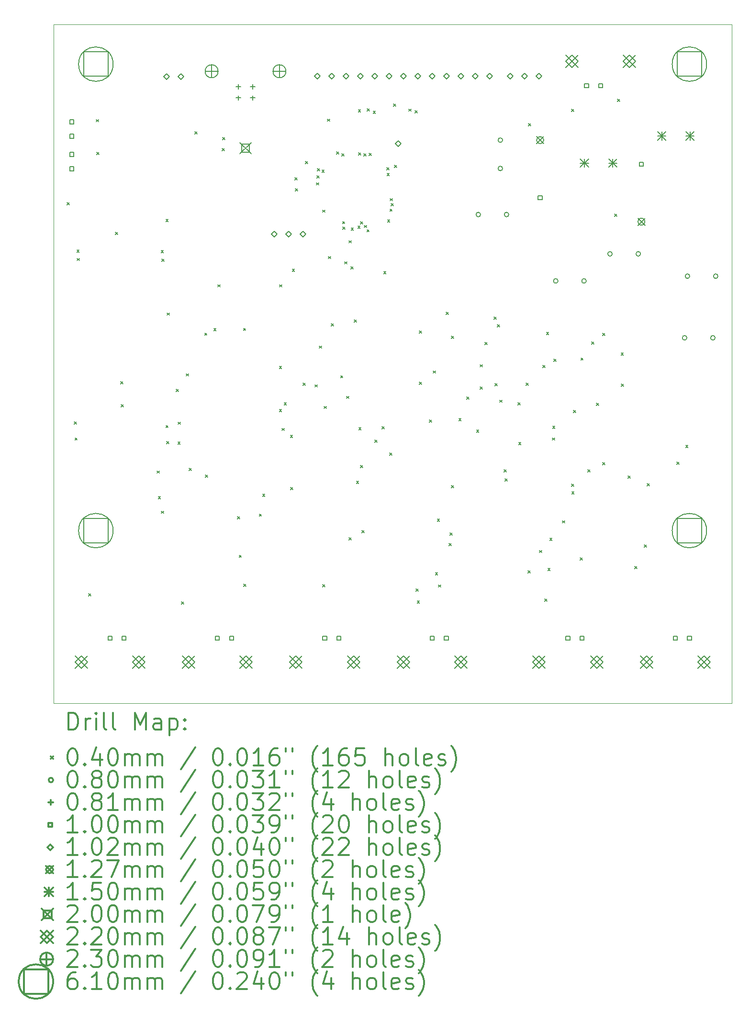
<source format=gbr>
%FSLAX45Y45*%
G04 Gerber Fmt 4.5, Leading zero omitted, Abs format (unit mm)*
G04 Created by KiCad (PCBNEW (after 2015-may-25 BZR unknown)-product) date 7/20/2015 1:22:15 PM*
%MOMM*%
G01*
G04 APERTURE LIST*
%ADD10C,0.127000*%
%ADD11C,0.100000*%
%ADD12C,0.200000*%
%ADD13C,0.300000*%
G04 APERTURE END LIST*
D10*
D11*
X12000000Y-12000000D02*
X0Y-12000000D01*
X12000000Y0D02*
X12000000Y-12000000D01*
X0Y0D02*
X12000000Y0D01*
X0Y-12000000D02*
X0Y0D01*
D12*
X240000Y-3150000D02*
X280000Y-3190000D01*
X280000Y-3150000D02*
X240000Y-3190000D01*
X365000Y-7025000D02*
X405000Y-7065000D01*
X405000Y-7025000D02*
X365000Y-7065000D01*
X380000Y-7310000D02*
X420000Y-7350000D01*
X420000Y-7310000D02*
X380000Y-7350000D01*
X415000Y-3985000D02*
X455000Y-4025000D01*
X455000Y-3985000D02*
X415000Y-4025000D01*
X420000Y-4135000D02*
X460000Y-4175000D01*
X460000Y-4135000D02*
X420000Y-4175000D01*
X625000Y-10065000D02*
X665000Y-10105000D01*
X665000Y-10065000D02*
X625000Y-10105000D01*
X755000Y-1680000D02*
X795000Y-1720000D01*
X795000Y-1680000D02*
X755000Y-1720000D01*
X765000Y-2260000D02*
X805000Y-2300000D01*
X805000Y-2260000D02*
X765000Y-2300000D01*
X1095000Y-3675000D02*
X1135000Y-3715000D01*
X1135000Y-3675000D02*
X1095000Y-3715000D01*
X1190000Y-6315000D02*
X1230000Y-6355000D01*
X1230000Y-6315000D02*
X1190000Y-6355000D01*
X1195000Y-6720000D02*
X1235000Y-6760000D01*
X1235000Y-6720000D02*
X1195000Y-6760000D01*
X1835000Y-7895000D02*
X1875000Y-7935000D01*
X1875000Y-7895000D02*
X1835000Y-7935000D01*
X1855000Y-8345000D02*
X1895000Y-8385000D01*
X1895000Y-8345000D02*
X1855000Y-8385000D01*
X1905000Y-3995000D02*
X1945000Y-4035000D01*
X1945000Y-3995000D02*
X1905000Y-4035000D01*
X1910000Y-8605000D02*
X1950000Y-8645000D01*
X1950000Y-8605000D02*
X1910000Y-8645000D01*
X1920000Y-4150000D02*
X1960000Y-4190000D01*
X1960000Y-4150000D02*
X1920000Y-4190000D01*
X1990000Y-3445000D02*
X2030000Y-3485000D01*
X2030000Y-3445000D02*
X1990000Y-3485000D01*
X1990000Y-7090000D02*
X2030000Y-7130000D01*
X2030000Y-7090000D02*
X1990000Y-7130000D01*
X2000000Y-7375000D02*
X2040000Y-7415000D01*
X2040000Y-7375000D02*
X2000000Y-7415000D01*
X2010000Y-5100000D02*
X2050000Y-5140000D01*
X2050000Y-5100000D02*
X2010000Y-5140000D01*
X2170000Y-6450000D02*
X2210000Y-6490000D01*
X2210000Y-6450000D02*
X2170000Y-6490000D01*
X2200000Y-7380000D02*
X2240000Y-7420000D01*
X2240000Y-7380000D02*
X2200000Y-7420000D01*
X2205000Y-7030000D02*
X2245000Y-7070000D01*
X2245000Y-7030000D02*
X2205000Y-7070000D01*
X2265000Y-10210000D02*
X2305000Y-10250000D01*
X2305000Y-10210000D02*
X2265000Y-10250000D01*
X2350000Y-6175000D02*
X2390000Y-6215000D01*
X2390000Y-6175000D02*
X2350000Y-6215000D01*
X2400000Y-7845000D02*
X2440000Y-7885000D01*
X2440000Y-7845000D02*
X2400000Y-7885000D01*
X2500000Y-1895000D02*
X2540000Y-1935000D01*
X2540000Y-1895000D02*
X2500000Y-1935000D01*
X2675000Y-5455000D02*
X2715000Y-5495000D01*
X2715000Y-5455000D02*
X2675000Y-5495000D01*
X2685000Y-7965000D02*
X2725000Y-8005000D01*
X2725000Y-7965000D02*
X2685000Y-8005000D01*
X2835000Y-5375000D02*
X2875000Y-5415000D01*
X2875000Y-5375000D02*
X2835000Y-5415000D01*
X2910000Y-4600000D02*
X2950000Y-4640000D01*
X2950000Y-4600000D02*
X2910000Y-4640000D01*
X2985000Y-2190000D02*
X3025000Y-2230000D01*
X3025000Y-2190000D02*
X2985000Y-2230000D01*
X2990000Y-1995000D02*
X3030000Y-2035000D01*
X3030000Y-1995000D02*
X2990000Y-2035000D01*
X3255000Y-8705000D02*
X3295000Y-8745000D01*
X3295000Y-8705000D02*
X3255000Y-8745000D01*
X3285000Y-9385000D02*
X3325000Y-9425000D01*
X3325000Y-9385000D02*
X3285000Y-9425000D01*
X3360000Y-5370000D02*
X3400000Y-5410000D01*
X3400000Y-5370000D02*
X3360000Y-5410000D01*
X3365000Y-9895000D02*
X3405000Y-9935000D01*
X3405000Y-9895000D02*
X3365000Y-9935000D01*
X3640000Y-8655000D02*
X3680000Y-8695000D01*
X3680000Y-8655000D02*
X3640000Y-8695000D01*
X3700000Y-8305000D02*
X3740000Y-8345000D01*
X3740000Y-8305000D02*
X3700000Y-8345000D01*
X3995000Y-6045000D02*
X4035000Y-6085000D01*
X4035000Y-6045000D02*
X3995000Y-6085000D01*
X3995000Y-6805000D02*
X4035000Y-6845000D01*
X4035000Y-6805000D02*
X3995000Y-6845000D01*
X4000000Y-4600000D02*
X4040000Y-4640000D01*
X4040000Y-4600000D02*
X4000000Y-4640000D01*
X4045000Y-7140000D02*
X4085000Y-7180000D01*
X4085000Y-7140000D02*
X4045000Y-7180000D01*
X4080000Y-6690000D02*
X4120000Y-6730000D01*
X4120000Y-6690000D02*
X4080000Y-6730000D01*
X4190000Y-7265000D02*
X4230000Y-7305000D01*
X4230000Y-7265000D02*
X4190000Y-7305000D01*
X4195000Y-8185000D02*
X4235000Y-8225000D01*
X4235000Y-8185000D02*
X4195000Y-8225000D01*
X4225000Y-4325000D02*
X4265000Y-4365000D01*
X4265000Y-4325000D02*
X4225000Y-4365000D01*
X4270000Y-2710000D02*
X4310000Y-2750000D01*
X4310000Y-2710000D02*
X4270000Y-2750000D01*
X4280000Y-2900000D02*
X4320000Y-2940000D01*
X4320000Y-2900000D02*
X4280000Y-2940000D01*
X4415000Y-6340000D02*
X4455000Y-6380000D01*
X4455000Y-6340000D02*
X4415000Y-6380000D01*
X4460000Y-2420000D02*
X4500000Y-2460000D01*
X4500000Y-2420000D02*
X4460000Y-2460000D01*
X4625000Y-6370000D02*
X4665000Y-6410000D01*
X4665000Y-6370000D02*
X4625000Y-6410000D01*
X4652500Y-2797500D02*
X4692500Y-2837500D01*
X4692500Y-2797500D02*
X4652500Y-2837500D01*
X4660000Y-2672500D02*
X4700000Y-2712500D01*
X4700000Y-2672500D02*
X4660000Y-2712500D01*
X4667500Y-2547500D02*
X4707500Y-2587500D01*
X4707500Y-2547500D02*
X4667500Y-2587500D01*
X4705000Y-5685000D02*
X4745000Y-5725000D01*
X4745000Y-5685000D02*
X4705000Y-5725000D01*
X4750000Y-2575000D02*
X4790000Y-2615000D01*
X4790000Y-2575000D02*
X4750000Y-2615000D01*
X4760000Y-9905000D02*
X4800000Y-9945000D01*
X4800000Y-9905000D02*
X4760000Y-9945000D01*
X4765000Y-3280000D02*
X4805000Y-3320000D01*
X4805000Y-3280000D02*
X4765000Y-3320000D01*
X4785000Y-6750000D02*
X4825000Y-6790000D01*
X4825000Y-6750000D02*
X4785000Y-6790000D01*
X4845000Y-1670000D02*
X4885000Y-1710000D01*
X4885000Y-1670000D02*
X4845000Y-1710000D01*
X4862500Y-4100000D02*
X4902500Y-4140000D01*
X4902500Y-4100000D02*
X4862500Y-4140000D01*
X4915000Y-5290000D02*
X4955000Y-5330000D01*
X4955000Y-5290000D02*
X4915000Y-5330000D01*
X5010000Y-2250000D02*
X5050000Y-2290000D01*
X5050000Y-2250000D02*
X5010000Y-2290000D01*
X5080000Y-6210000D02*
X5120000Y-6250000D01*
X5120000Y-6210000D02*
X5080000Y-6250000D01*
X5102500Y-2282500D02*
X5142500Y-2322500D01*
X5142500Y-2282500D02*
X5102500Y-2322500D01*
X5112500Y-3482500D02*
X5152500Y-3522500D01*
X5152500Y-3482500D02*
X5112500Y-3522500D01*
X5115000Y-3580000D02*
X5155000Y-3620000D01*
X5155000Y-3580000D02*
X5115000Y-3620000D01*
X5150000Y-4195000D02*
X5190000Y-4235000D01*
X5190000Y-4195000D02*
X5150000Y-4235000D01*
X5187500Y-6572500D02*
X5227500Y-6612500D01*
X5227500Y-6572500D02*
X5187500Y-6612500D01*
X5225000Y-3822500D02*
X5265000Y-3862500D01*
X5265000Y-3822500D02*
X5225000Y-3862500D01*
X5225000Y-9075000D02*
X5265000Y-9115000D01*
X5265000Y-9075000D02*
X5225000Y-9115000D01*
X5262500Y-4285000D02*
X5302500Y-4325000D01*
X5302500Y-4285000D02*
X5262500Y-4325000D01*
X5265000Y-3595000D02*
X5305000Y-3635000D01*
X5305000Y-3595000D02*
X5265000Y-3635000D01*
X5320000Y-5220000D02*
X5360000Y-5260000D01*
X5360000Y-5220000D02*
X5320000Y-5260000D01*
X5360000Y-8075000D02*
X5400000Y-8115000D01*
X5400000Y-8075000D02*
X5360000Y-8115000D01*
X5385000Y-3565000D02*
X5425000Y-3605000D01*
X5425000Y-3565000D02*
X5385000Y-3605000D01*
X5392500Y-1507500D02*
X5432500Y-1547500D01*
X5432500Y-1507500D02*
X5392500Y-1547500D01*
X5395000Y-2265000D02*
X5435000Y-2305000D01*
X5435000Y-2265000D02*
X5395000Y-2305000D01*
X5402500Y-7127500D02*
X5442500Y-7167500D01*
X5442500Y-7127500D02*
X5402500Y-7167500D01*
X5430000Y-3485000D02*
X5470000Y-3525000D01*
X5470000Y-3485000D02*
X5430000Y-3525000D01*
X5430000Y-7795000D02*
X5470000Y-7835000D01*
X5470000Y-7795000D02*
X5430000Y-7835000D01*
X5455000Y-8950000D02*
X5495000Y-8990000D01*
X5495000Y-8950000D02*
X5455000Y-8990000D01*
X5490000Y-2285000D02*
X5530000Y-2325000D01*
X5530000Y-2285000D02*
X5490000Y-2325000D01*
X5500000Y-3550000D02*
X5540000Y-3590000D01*
X5540000Y-3550000D02*
X5500000Y-3590000D01*
X5545000Y-3627500D02*
X5585000Y-3667500D01*
X5585000Y-3627500D02*
X5545000Y-3667500D01*
X5552500Y-1487500D02*
X5592500Y-1527500D01*
X5592500Y-1487500D02*
X5552500Y-1527500D01*
X5585000Y-2275000D02*
X5625000Y-2315000D01*
X5625000Y-2275000D02*
X5585000Y-2315000D01*
X5655000Y-1532500D02*
X5695000Y-1572500D01*
X5695000Y-1532500D02*
X5655000Y-1572500D01*
X5685000Y-7345000D02*
X5725000Y-7385000D01*
X5725000Y-7345000D02*
X5685000Y-7385000D01*
X5815000Y-7110000D02*
X5855000Y-7150000D01*
X5855000Y-7110000D02*
X5815000Y-7150000D01*
X5842500Y-4365000D02*
X5882500Y-4405000D01*
X5882500Y-4365000D02*
X5842500Y-4405000D01*
X5895000Y-2530000D02*
X5935000Y-2570000D01*
X5935000Y-2530000D02*
X5895000Y-2570000D01*
X5900000Y-2630000D02*
X5940000Y-2670000D01*
X5940000Y-2630000D02*
X5900000Y-2670000D01*
X5910000Y-3455000D02*
X5950000Y-3495000D01*
X5950000Y-3455000D02*
X5910000Y-3495000D01*
X5950000Y-7575000D02*
X5990000Y-7615000D01*
X5990000Y-7575000D02*
X5950000Y-7615000D01*
X5952500Y-3262500D02*
X5992500Y-3302500D01*
X5992500Y-3262500D02*
X5952500Y-3302500D01*
X5955000Y-3077500D02*
X5995000Y-3117500D01*
X5995000Y-3077500D02*
X5955000Y-3117500D01*
X5970000Y-3165000D02*
X6010000Y-3205000D01*
X6010000Y-3165000D02*
X5970000Y-3205000D01*
X6015000Y-1405000D02*
X6055000Y-1445000D01*
X6055000Y-1405000D02*
X6015000Y-1445000D01*
X6030000Y-2490000D02*
X6070000Y-2530000D01*
X6070000Y-2490000D02*
X6030000Y-2530000D01*
X6285000Y-1492500D02*
X6325000Y-1532500D01*
X6325000Y-1492500D02*
X6285000Y-1532500D01*
X6395000Y-1520000D02*
X6435000Y-1560000D01*
X6435000Y-1520000D02*
X6395000Y-1560000D01*
X6415000Y-9980000D02*
X6455000Y-10020000D01*
X6455000Y-9980000D02*
X6415000Y-10020000D01*
X6435000Y-10190000D02*
X6475000Y-10230000D01*
X6475000Y-10190000D02*
X6435000Y-10230000D01*
X6470000Y-5415000D02*
X6510000Y-5455000D01*
X6510000Y-5415000D02*
X6470000Y-5455000D01*
X6470000Y-6325000D02*
X6510000Y-6365000D01*
X6510000Y-6325000D02*
X6470000Y-6365000D01*
X6650000Y-6990000D02*
X6690000Y-7030000D01*
X6690000Y-6990000D02*
X6650000Y-7030000D01*
X6717500Y-6125000D02*
X6757500Y-6165000D01*
X6757500Y-6125000D02*
X6717500Y-6165000D01*
X6755000Y-9695000D02*
X6795000Y-9735000D01*
X6795000Y-9695000D02*
X6755000Y-9735000D01*
X6790000Y-8745000D02*
X6830000Y-8785000D01*
X6830000Y-8745000D02*
X6790000Y-8785000D01*
X6810000Y-9910000D02*
X6850000Y-9950000D01*
X6850000Y-9910000D02*
X6810000Y-9950000D01*
X6945000Y-5085000D02*
X6985000Y-5125000D01*
X6985000Y-5085000D02*
X6945000Y-5125000D01*
X7000000Y-9175000D02*
X7040000Y-9215000D01*
X7040000Y-9175000D02*
X7000000Y-9215000D01*
X7015000Y-8990000D02*
X7055000Y-9030000D01*
X7055000Y-8990000D02*
X7015000Y-9030000D01*
X7040000Y-5510000D02*
X7080000Y-5550000D01*
X7080000Y-5510000D02*
X7040000Y-5550000D01*
X7040000Y-8155000D02*
X7080000Y-8195000D01*
X7080000Y-8155000D02*
X7040000Y-8195000D01*
X7170000Y-6965000D02*
X7210000Y-7005000D01*
X7210000Y-6965000D02*
X7170000Y-7005000D01*
X7310000Y-6585000D02*
X7350000Y-6625000D01*
X7350000Y-6585000D02*
X7310000Y-6625000D01*
X7485000Y-7170000D02*
X7525000Y-7210000D01*
X7525000Y-7170000D02*
X7485000Y-7210000D01*
X7545000Y-6015000D02*
X7585000Y-6055000D01*
X7585000Y-6015000D02*
X7545000Y-6055000D01*
X7550000Y-6410000D02*
X7590000Y-6450000D01*
X7590000Y-6410000D02*
X7550000Y-6450000D01*
X7635000Y-5620000D02*
X7675000Y-5660000D01*
X7675000Y-5620000D02*
X7635000Y-5660000D01*
X7795000Y-5175000D02*
X7835000Y-5215000D01*
X7835000Y-5175000D02*
X7795000Y-5215000D01*
X7810000Y-6350000D02*
X7850000Y-6390000D01*
X7850000Y-6350000D02*
X7810000Y-6390000D01*
X7855000Y-5305000D02*
X7895000Y-5345000D01*
X7895000Y-5305000D02*
X7855000Y-5345000D01*
X7895000Y-6640000D02*
X7935000Y-6680000D01*
X7935000Y-6640000D02*
X7895000Y-6680000D01*
X7970000Y-7875000D02*
X8010000Y-7915000D01*
X8010000Y-7875000D02*
X7970000Y-7915000D01*
X7990000Y-8035000D02*
X8030000Y-8075000D01*
X8030000Y-8035000D02*
X7990000Y-8075000D01*
X8215000Y-6690000D02*
X8255000Y-6730000D01*
X8255000Y-6690000D02*
X8215000Y-6730000D01*
X8230000Y-7390000D02*
X8270000Y-7430000D01*
X8270000Y-7390000D02*
X8230000Y-7430000D01*
X8360000Y-6340000D02*
X8400000Y-6380000D01*
X8400000Y-6340000D02*
X8360000Y-6380000D01*
X8395000Y-9660000D02*
X8435000Y-9700000D01*
X8435000Y-9660000D02*
X8395000Y-9700000D01*
X8405000Y-1752500D02*
X8445000Y-1792500D01*
X8445000Y-1752500D02*
X8405000Y-1792500D01*
X8600000Y-9300000D02*
X8640000Y-9340000D01*
X8640000Y-9300000D02*
X8600000Y-9340000D01*
X8655000Y-6025000D02*
X8695000Y-6065000D01*
X8695000Y-6025000D02*
X8655000Y-6065000D01*
X8690000Y-10160000D02*
X8730000Y-10200000D01*
X8730000Y-10160000D02*
X8690000Y-10200000D01*
X8720000Y-5440000D02*
X8760000Y-5480000D01*
X8760000Y-5440000D02*
X8720000Y-5480000D01*
X8745000Y-9620000D02*
X8785000Y-9660000D01*
X8785000Y-9620000D02*
X8745000Y-9660000D01*
X8780000Y-9085000D02*
X8820000Y-9125000D01*
X8820000Y-9085000D02*
X8780000Y-9125000D01*
X8825000Y-7310000D02*
X8865000Y-7350000D01*
X8865000Y-7310000D02*
X8825000Y-7350000D01*
X8830000Y-7105000D02*
X8870000Y-7145000D01*
X8870000Y-7105000D02*
X8830000Y-7145000D01*
X8850000Y-5920000D02*
X8890000Y-5960000D01*
X8890000Y-5920000D02*
X8850000Y-5960000D01*
X9005000Y-8775000D02*
X9045000Y-8815000D01*
X9045000Y-8775000D02*
X9005000Y-8815000D01*
X9165000Y-8125000D02*
X9205000Y-8165000D01*
X9205000Y-8125000D02*
X9165000Y-8165000D01*
X9167500Y-1500000D02*
X9207500Y-1540000D01*
X9207500Y-1500000D02*
X9167500Y-1540000D01*
X9170000Y-8265000D02*
X9210000Y-8305000D01*
X9210000Y-8265000D02*
X9170000Y-8305000D01*
X9200000Y-6820000D02*
X9240000Y-6860000D01*
X9240000Y-6820000D02*
X9200000Y-6860000D01*
X9320000Y-9430000D02*
X9360000Y-9470000D01*
X9360000Y-9430000D02*
X9320000Y-9470000D01*
X9330000Y-5895000D02*
X9370000Y-5935000D01*
X9370000Y-5895000D02*
X9330000Y-5935000D01*
X9455000Y-7875000D02*
X9495000Y-7915000D01*
X9495000Y-7875000D02*
X9455000Y-7915000D01*
X9520000Y-5610000D02*
X9560000Y-5650000D01*
X9560000Y-5610000D02*
X9520000Y-5650000D01*
X9605000Y-6695000D02*
X9645000Y-6735000D01*
X9645000Y-6695000D02*
X9605000Y-6735000D01*
X9715000Y-5460000D02*
X9755000Y-5500000D01*
X9755000Y-5460000D02*
X9715000Y-5500000D01*
X9715000Y-7745000D02*
X9755000Y-7785000D01*
X9755000Y-7745000D02*
X9715000Y-7785000D01*
X9925000Y-3350000D02*
X9965000Y-3390000D01*
X9965000Y-3350000D02*
X9925000Y-3390000D01*
X9980000Y-1320000D02*
X10020000Y-1360000D01*
X10020000Y-1320000D02*
X9980000Y-1360000D01*
X10040000Y-5805000D02*
X10080000Y-5845000D01*
X10080000Y-5805000D02*
X10040000Y-5845000D01*
X10045000Y-6360000D02*
X10085000Y-6400000D01*
X10085000Y-6360000D02*
X10045000Y-6400000D01*
X10165000Y-7985000D02*
X10205000Y-8025000D01*
X10205000Y-7985000D02*
X10165000Y-8025000D01*
X10280000Y-9585000D02*
X10320000Y-9625000D01*
X10320000Y-9585000D02*
X10280000Y-9625000D01*
X10450000Y-9200000D02*
X10490000Y-9240000D01*
X10490000Y-9200000D02*
X10450000Y-9240000D01*
X10505000Y-8120000D02*
X10545000Y-8160000D01*
X10545000Y-8120000D02*
X10505000Y-8160000D01*
X11025000Y-7740000D02*
X11065000Y-7780000D01*
X11065000Y-7740000D02*
X11025000Y-7780000D01*
X11185000Y-7440000D02*
X11225000Y-7480000D01*
X11225000Y-7440000D02*
X11185000Y-7480000D01*
X7555000Y-3360000D02*
G75*
G03X7555000Y-3360000I-40000J0D01*
G01*
X7945000Y-2045000D02*
G75*
G03X7945000Y-2045000I-40000J0D01*
G01*
X7945000Y-2545000D02*
G75*
G03X7945000Y-2545000I-40000J0D01*
G01*
X8055000Y-3360000D02*
G75*
G03X8055000Y-3360000I-40000J0D01*
G01*
X8925000Y-4535000D02*
G75*
G03X8925000Y-4535000I-40000J0D01*
G01*
X9425000Y-4535000D02*
G75*
G03X9425000Y-4535000I-40000J0D01*
G01*
X9885000Y-4055000D02*
G75*
G03X9885000Y-4055000I-40000J0D01*
G01*
X10385000Y-4055000D02*
G75*
G03X10385000Y-4055000I-40000J0D01*
G01*
X11205000Y-5540000D02*
G75*
G03X11205000Y-5540000I-40000J0D01*
G01*
X11255000Y-4450000D02*
G75*
G03X11255000Y-4450000I-40000J0D01*
G01*
X11705000Y-5540000D02*
G75*
G03X11705000Y-5540000I-40000J0D01*
G01*
X11755000Y-4450000D02*
G75*
G03X11755000Y-4450000I-40000J0D01*
G01*
X3271000Y-1055362D02*
X3271000Y-1136642D01*
X3230360Y-1096002D02*
X3311640Y-1096002D01*
X3271000Y-1255260D02*
X3271000Y-1336540D01*
X3230360Y-1295900D02*
X3311640Y-1295900D01*
X3525000Y-1055362D02*
X3525000Y-1136642D01*
X3484360Y-1096002D02*
X3565640Y-1096002D01*
X3525000Y-1255260D02*
X3525000Y-1336540D01*
X3484360Y-1295900D02*
X3565640Y-1295900D01*
X360382Y-1756382D02*
X360382Y-1685617D01*
X289618Y-1685617D01*
X289618Y-1756382D01*
X360382Y-1756382D01*
X360382Y-2010382D02*
X360382Y-1939617D01*
X289618Y-1939617D01*
X289618Y-2010382D01*
X360382Y-2010382D01*
X360382Y-2331383D02*
X360382Y-2260618D01*
X289618Y-2260618D01*
X289618Y-2331383D01*
X360382Y-2331383D01*
X360382Y-2585383D02*
X360382Y-2514618D01*
X289618Y-2514618D01*
X289618Y-2585383D01*
X360382Y-2585383D01*
X1035382Y-10885257D02*
X1035382Y-10814492D01*
X964617Y-10814492D01*
X964617Y-10885257D01*
X1035382Y-10885257D01*
X1285319Y-10885257D02*
X1285319Y-10814492D01*
X1214554Y-10814492D01*
X1214554Y-10885257D01*
X1285319Y-10885257D01*
X2935382Y-10885257D02*
X2935382Y-10814492D01*
X2864617Y-10814492D01*
X2864617Y-10885257D01*
X2935382Y-10885257D01*
X3185318Y-10885257D02*
X3185318Y-10814492D01*
X3114553Y-10814492D01*
X3114553Y-10885257D01*
X3185318Y-10885257D01*
X4835383Y-10885257D02*
X4835383Y-10814492D01*
X4764618Y-10814492D01*
X4764618Y-10885257D01*
X4835383Y-10885257D01*
X5085319Y-10885257D02*
X5085319Y-10814492D01*
X5014554Y-10814492D01*
X5014554Y-10885257D01*
X5085319Y-10885257D01*
X6735382Y-10885257D02*
X6735382Y-10814492D01*
X6664617Y-10814492D01*
X6664617Y-10885257D01*
X6735382Y-10885257D01*
X6985318Y-10885257D02*
X6985318Y-10814492D01*
X6914553Y-10814492D01*
X6914553Y-10885257D01*
X6985318Y-10885257D01*
X8645129Y-3095382D02*
X8645129Y-3024617D01*
X8574364Y-3024617D01*
X8574364Y-3095382D01*
X8645129Y-3095382D01*
X9135383Y-10885257D02*
X9135383Y-10814492D01*
X9064618Y-10814492D01*
X9064618Y-10885257D01*
X9135383Y-10885257D01*
X9385319Y-10885257D02*
X9385319Y-10814492D01*
X9314554Y-10814492D01*
X9314554Y-10885257D01*
X9385319Y-10885257D01*
X9465447Y-1115509D02*
X9465447Y-1044743D01*
X9394682Y-1044743D01*
X9394682Y-1115509D01*
X9465447Y-1115509D01*
X9715383Y-1115509D02*
X9715383Y-1044743D01*
X9644618Y-1044743D01*
X9644618Y-1115509D01*
X9715383Y-1115509D01*
X10435637Y-2505383D02*
X10435637Y-2434618D01*
X10364872Y-2434618D01*
X10364872Y-2505383D01*
X10435637Y-2505383D01*
X11035383Y-10885257D02*
X11035383Y-10814492D01*
X10964618Y-10814492D01*
X10964618Y-10885257D01*
X11035383Y-10885257D01*
X11285318Y-10885257D02*
X11285318Y-10814492D01*
X11214553Y-10814492D01*
X11214553Y-10885257D01*
X11285318Y-10885257D01*
X2000000Y-970800D02*
X2050800Y-920000D01*
X2000000Y-869200D01*
X1949200Y-920000D01*
X2000000Y-970800D01*
X2254000Y-970800D02*
X2304800Y-920000D01*
X2254000Y-869200D01*
X2203200Y-920000D01*
X2254000Y-970800D01*
X3906000Y-3759800D02*
X3956800Y-3709000D01*
X3906000Y-3658200D01*
X3855200Y-3709000D01*
X3906000Y-3759800D01*
X4160000Y-3759800D02*
X4210800Y-3709000D01*
X4160000Y-3658200D01*
X4109200Y-3709000D01*
X4160000Y-3759800D01*
X4414000Y-3759800D02*
X4464800Y-3709000D01*
X4414000Y-3658200D01*
X4363200Y-3709000D01*
X4414000Y-3759800D01*
X4668000Y-965800D02*
X4718800Y-915000D01*
X4668000Y-864200D01*
X4617200Y-915000D01*
X4668000Y-965800D01*
X4922000Y-965800D02*
X4972800Y-915000D01*
X4922000Y-864200D01*
X4871200Y-915000D01*
X4922000Y-965800D01*
X5176000Y-965800D02*
X5226800Y-915000D01*
X5176000Y-864200D01*
X5125200Y-915000D01*
X5176000Y-965800D01*
X5430000Y-965800D02*
X5480800Y-915000D01*
X5430000Y-864200D01*
X5379200Y-915000D01*
X5430000Y-965800D01*
X5684000Y-965800D02*
X5734800Y-915000D01*
X5684000Y-864200D01*
X5633200Y-915000D01*
X5684000Y-965800D01*
X5938000Y-965800D02*
X5988800Y-915000D01*
X5938000Y-864200D01*
X5887200Y-915000D01*
X5938000Y-965800D01*
X6095000Y-2160800D02*
X6145800Y-2110000D01*
X6095000Y-2059200D01*
X6044200Y-2110000D01*
X6095000Y-2160800D01*
X6192000Y-965800D02*
X6242800Y-915000D01*
X6192000Y-864200D01*
X6141200Y-915000D01*
X6192000Y-965800D01*
X6446000Y-965800D02*
X6496800Y-915000D01*
X6446000Y-864200D01*
X6395200Y-915000D01*
X6446000Y-965800D01*
X6700000Y-965800D02*
X6750800Y-915000D01*
X6700000Y-864200D01*
X6649200Y-915000D01*
X6700000Y-965800D01*
X6954000Y-965800D02*
X7004800Y-915000D01*
X6954000Y-864200D01*
X6903200Y-915000D01*
X6954000Y-965800D01*
X7208000Y-965800D02*
X7258800Y-915000D01*
X7208000Y-864200D01*
X7157200Y-915000D01*
X7208000Y-965800D01*
X7462000Y-965800D02*
X7512800Y-915000D01*
X7462000Y-864200D01*
X7411200Y-915000D01*
X7462000Y-965800D01*
X7716000Y-965800D02*
X7766800Y-915000D01*
X7716000Y-864200D01*
X7665200Y-915000D01*
X7716000Y-965800D01*
X8080000Y-960800D02*
X8130800Y-910000D01*
X8080000Y-859200D01*
X8029200Y-910000D01*
X8080000Y-960800D01*
X8334000Y-960800D02*
X8384800Y-910000D01*
X8334000Y-859200D01*
X8283200Y-910000D01*
X8334000Y-960800D01*
X8588000Y-960800D02*
X8638800Y-910000D01*
X8588000Y-859200D01*
X8537200Y-910000D01*
X8588000Y-960800D01*
X8546246Y-1980500D02*
X8673246Y-2107500D01*
X8673246Y-1980500D02*
X8546246Y-2107500D01*
X8673246Y-2044000D02*
G75*
G03X8673246Y-2044000I-63500J0D01*
G01*
X10336754Y-3422500D02*
X10463754Y-3549500D01*
X10463754Y-3422500D02*
X10336754Y-3549500D01*
X10463754Y-3486000D02*
G75*
G03X10463754Y-3486000I-63500J0D01*
G01*
X9320064Y-2375000D02*
X9470064Y-2525000D01*
X9470064Y-2375000D02*
X9320064Y-2525000D01*
X9395064Y-2375000D02*
X9395064Y-2525000D01*
X9320064Y-2450000D02*
X9470064Y-2450000D01*
X9819936Y-2375000D02*
X9969936Y-2525000D01*
X9969936Y-2375000D02*
X9819936Y-2525000D01*
X9894936Y-2375000D02*
X9894936Y-2525000D01*
X9819936Y-2450000D02*
X9969936Y-2450000D01*
X10685064Y-1895000D02*
X10835064Y-2045000D01*
X10835064Y-1895000D02*
X10685064Y-2045000D01*
X10760064Y-1895000D02*
X10760064Y-2045000D01*
X10685064Y-1970000D02*
X10835064Y-1970000D01*
X11184936Y-1895000D02*
X11334936Y-2045000D01*
X11334936Y-1895000D02*
X11184936Y-2045000D01*
X11259936Y-1895000D02*
X11259936Y-2045000D01*
X11184936Y-1970000D02*
X11334936Y-1970000D01*
X3298000Y-2085000D02*
X3498000Y-2285000D01*
X3498000Y-2085000D02*
X3298000Y-2285000D01*
X3468711Y-2255711D02*
X3468711Y-2114289D01*
X3327289Y-2114289D01*
X3327289Y-2255711D01*
X3468711Y-2255711D01*
X379986Y-11166358D02*
X599950Y-11386322D01*
X599950Y-11166358D02*
X379986Y-11386322D01*
X489968Y-11386322D02*
X599950Y-11276340D01*
X489968Y-11166358D01*
X379986Y-11276340D01*
X489968Y-11386322D01*
X1399796Y-11166358D02*
X1619760Y-11386322D01*
X1619760Y-11166358D02*
X1399796Y-11386322D01*
X1509778Y-11386322D02*
X1619760Y-11276340D01*
X1509778Y-11166358D01*
X1399796Y-11276340D01*
X1509778Y-11386322D01*
X2279986Y-11166358D02*
X2499950Y-11386322D01*
X2499950Y-11166358D02*
X2279986Y-11386322D01*
X2389968Y-11386322D02*
X2499950Y-11276340D01*
X2389968Y-11166358D01*
X2279986Y-11276340D01*
X2389968Y-11386322D01*
X3299796Y-11166358D02*
X3519760Y-11386322D01*
X3519760Y-11166358D02*
X3299796Y-11386322D01*
X3409778Y-11386322D02*
X3519760Y-11276340D01*
X3409778Y-11166358D01*
X3299796Y-11276340D01*
X3409778Y-11386322D01*
X4179986Y-11166358D02*
X4399950Y-11386322D01*
X4399950Y-11166358D02*
X4179986Y-11386322D01*
X4289968Y-11386322D02*
X4399950Y-11276340D01*
X4289968Y-11166358D01*
X4179986Y-11276340D01*
X4289968Y-11386322D01*
X5199796Y-11166358D02*
X5419760Y-11386322D01*
X5419760Y-11166358D02*
X5199796Y-11386322D01*
X5309778Y-11386322D02*
X5419760Y-11276340D01*
X5309778Y-11166358D01*
X5199796Y-11276340D01*
X5309778Y-11386322D01*
X6079986Y-11166358D02*
X6299950Y-11386322D01*
X6299950Y-11166358D02*
X6079986Y-11386322D01*
X6189968Y-11386322D02*
X6299950Y-11276340D01*
X6189968Y-11166358D01*
X6079986Y-11276340D01*
X6189968Y-11386322D01*
X7099796Y-11166358D02*
X7319760Y-11386322D01*
X7319760Y-11166358D02*
X7099796Y-11386322D01*
X7209778Y-11386322D02*
X7319760Y-11276340D01*
X7209778Y-11166358D01*
X7099796Y-11276340D01*
X7209778Y-11386322D01*
X8479986Y-11166358D02*
X8699950Y-11386322D01*
X8699950Y-11166358D02*
X8479986Y-11386322D01*
X8589968Y-11386322D02*
X8699950Y-11276340D01*
X8589968Y-11166358D01*
X8479986Y-11276340D01*
X8589968Y-11386322D01*
X9060240Y-543678D02*
X9280204Y-763642D01*
X9280204Y-543678D02*
X9060240Y-763642D01*
X9170222Y-763642D02*
X9280204Y-653660D01*
X9170222Y-543678D01*
X9060240Y-653660D01*
X9170222Y-763642D01*
X9499796Y-11166358D02*
X9719760Y-11386322D01*
X9719760Y-11166358D02*
X9499796Y-11386322D01*
X9609778Y-11386322D02*
X9719760Y-11276340D01*
X9609778Y-11166358D01*
X9499796Y-11276340D01*
X9609778Y-11386322D01*
X10080050Y-543678D02*
X10300014Y-763642D01*
X10300014Y-543678D02*
X10080050Y-763642D01*
X10190032Y-763642D02*
X10300014Y-653660D01*
X10190032Y-543678D01*
X10080050Y-653660D01*
X10190032Y-763642D01*
X10379986Y-11166358D02*
X10599950Y-11386322D01*
X10599950Y-11166358D02*
X10379986Y-11386322D01*
X10489968Y-11386322D02*
X10599950Y-11276340D01*
X10489968Y-11166358D01*
X10379986Y-11276340D01*
X10489968Y-11386322D01*
X11399796Y-11166358D02*
X11619760Y-11386322D01*
X11619760Y-11166358D02*
X11399796Y-11386322D01*
X11509778Y-11386322D02*
X11619760Y-11276340D01*
X11509778Y-11166358D01*
X11399796Y-11276340D01*
X11509778Y-11386322D01*
X2798052Y-710938D02*
X2798052Y-941062D01*
X2682990Y-826000D02*
X2913114Y-826000D01*
X2913114Y-826000D02*
G75*
G03X2913114Y-826000I-115062J0D01*
G01*
X3997948Y-710938D02*
X3997948Y-941062D01*
X3882886Y-826000D02*
X4113010Y-826000D01*
X4113010Y-826000D02*
G75*
G03X4113010Y-826000I-115062J0D01*
G01*
X965528Y-915528D02*
X965528Y-484472D01*
X534472Y-484472D01*
X534472Y-915528D01*
X965528Y-915528D01*
X1054800Y-700000D02*
G75*
G03X1054800Y-700000I-304800J0D01*
G01*
X965528Y-9165528D02*
X965528Y-8734472D01*
X534472Y-8734472D01*
X534472Y-9165528D01*
X965528Y-9165528D01*
X1054800Y-8950000D02*
G75*
G03X1054800Y-8950000I-304800J0D01*
G01*
X11465528Y-915528D02*
X11465528Y-484472D01*
X11034472Y-484472D01*
X11034472Y-915528D01*
X11465528Y-915528D01*
X11554800Y-700000D02*
G75*
G03X11554800Y-700000I-304800J0D01*
G01*
X11465528Y-9165528D02*
X11465528Y-8734472D01*
X11034472Y-8734472D01*
X11034472Y-9165528D01*
X11465528Y-9165528D01*
X11554800Y-8950000D02*
G75*
G03X11554800Y-8950000I-304800J0D01*
G01*
D13*
X266429Y-12470714D02*
X266429Y-12170714D01*
X337857Y-12170714D01*
X380714Y-12185000D01*
X409286Y-12213571D01*
X423571Y-12242143D01*
X437857Y-12299286D01*
X437857Y-12342143D01*
X423571Y-12399286D01*
X409286Y-12427857D01*
X380714Y-12456429D01*
X337857Y-12470714D01*
X266429Y-12470714D01*
X566429Y-12470714D02*
X566429Y-12270714D01*
X566429Y-12327857D02*
X580714Y-12299286D01*
X595000Y-12285000D01*
X623571Y-12270714D01*
X652143Y-12270714D01*
X752143Y-12470714D02*
X752143Y-12270714D01*
X752143Y-12170714D02*
X737857Y-12185000D01*
X752143Y-12199286D01*
X766428Y-12185000D01*
X752143Y-12170714D01*
X752143Y-12199286D01*
X937857Y-12470714D02*
X909286Y-12456429D01*
X895000Y-12427857D01*
X895000Y-12170714D01*
X1095000Y-12470714D02*
X1066429Y-12456429D01*
X1052143Y-12427857D01*
X1052143Y-12170714D01*
X1437857Y-12470714D02*
X1437857Y-12170714D01*
X1537857Y-12385000D01*
X1637857Y-12170714D01*
X1637857Y-12470714D01*
X1909286Y-12470714D02*
X1909286Y-12313571D01*
X1895000Y-12285000D01*
X1866428Y-12270714D01*
X1809286Y-12270714D01*
X1780714Y-12285000D01*
X1909286Y-12456429D02*
X1880714Y-12470714D01*
X1809286Y-12470714D01*
X1780714Y-12456429D01*
X1766428Y-12427857D01*
X1766428Y-12399286D01*
X1780714Y-12370714D01*
X1809286Y-12356429D01*
X1880714Y-12356429D01*
X1909286Y-12342143D01*
X2052143Y-12270714D02*
X2052143Y-12570714D01*
X2052143Y-12285000D02*
X2080714Y-12270714D01*
X2137857Y-12270714D01*
X2166429Y-12285000D01*
X2180714Y-12299286D01*
X2195000Y-12327857D01*
X2195000Y-12413571D01*
X2180714Y-12442143D01*
X2166429Y-12456429D01*
X2137857Y-12470714D01*
X2080714Y-12470714D01*
X2052143Y-12456429D01*
X2323571Y-12442143D02*
X2337857Y-12456429D01*
X2323571Y-12470714D01*
X2309286Y-12456429D01*
X2323571Y-12442143D01*
X2323571Y-12470714D01*
X2323571Y-12285000D02*
X2337857Y-12299286D01*
X2323571Y-12313571D01*
X2309286Y-12299286D01*
X2323571Y-12285000D01*
X2323571Y-12313571D01*
X-45000Y-12945000D02*
X-5000Y-12985000D01*
X-5000Y-12945000D02*
X-45000Y-12985000D01*
X323571Y-12800714D02*
X352143Y-12800714D01*
X380714Y-12815000D01*
X395000Y-12829286D01*
X409286Y-12857857D01*
X423571Y-12915000D01*
X423571Y-12986429D01*
X409286Y-13043571D01*
X395000Y-13072143D01*
X380714Y-13086429D01*
X352143Y-13100714D01*
X323571Y-13100714D01*
X295000Y-13086429D01*
X280714Y-13072143D01*
X266429Y-13043571D01*
X252143Y-12986429D01*
X252143Y-12915000D01*
X266429Y-12857857D01*
X280714Y-12829286D01*
X295000Y-12815000D01*
X323571Y-12800714D01*
X552143Y-13072143D02*
X566429Y-13086429D01*
X552143Y-13100714D01*
X537857Y-13086429D01*
X552143Y-13072143D01*
X552143Y-13100714D01*
X823571Y-12900714D02*
X823571Y-13100714D01*
X752143Y-12786429D02*
X680714Y-13000714D01*
X866428Y-13000714D01*
X1037857Y-12800714D02*
X1066429Y-12800714D01*
X1095000Y-12815000D01*
X1109286Y-12829286D01*
X1123571Y-12857857D01*
X1137857Y-12915000D01*
X1137857Y-12986429D01*
X1123571Y-13043571D01*
X1109286Y-13072143D01*
X1095000Y-13086429D01*
X1066429Y-13100714D01*
X1037857Y-13100714D01*
X1009286Y-13086429D01*
X995000Y-13072143D01*
X980714Y-13043571D01*
X966428Y-12986429D01*
X966428Y-12915000D01*
X980714Y-12857857D01*
X995000Y-12829286D01*
X1009286Y-12815000D01*
X1037857Y-12800714D01*
X1266429Y-13100714D02*
X1266429Y-12900714D01*
X1266429Y-12929286D02*
X1280714Y-12915000D01*
X1309286Y-12900714D01*
X1352143Y-12900714D01*
X1380714Y-12915000D01*
X1395000Y-12943571D01*
X1395000Y-13100714D01*
X1395000Y-12943571D02*
X1409286Y-12915000D01*
X1437857Y-12900714D01*
X1480714Y-12900714D01*
X1509286Y-12915000D01*
X1523571Y-12943571D01*
X1523571Y-13100714D01*
X1666428Y-13100714D02*
X1666428Y-12900714D01*
X1666428Y-12929286D02*
X1680714Y-12915000D01*
X1709286Y-12900714D01*
X1752143Y-12900714D01*
X1780714Y-12915000D01*
X1795000Y-12943571D01*
X1795000Y-13100714D01*
X1795000Y-12943571D02*
X1809286Y-12915000D01*
X1837857Y-12900714D01*
X1880714Y-12900714D01*
X1909286Y-12915000D01*
X1923571Y-12943571D01*
X1923571Y-13100714D01*
X2509286Y-12786429D02*
X2252143Y-13172143D01*
X2895000Y-12800714D02*
X2923571Y-12800714D01*
X2952143Y-12815000D01*
X2966428Y-12829286D01*
X2980714Y-12857857D01*
X2995000Y-12915000D01*
X2995000Y-12986429D01*
X2980714Y-13043571D01*
X2966428Y-13072143D01*
X2952143Y-13086429D01*
X2923571Y-13100714D01*
X2895000Y-13100714D01*
X2866428Y-13086429D01*
X2852143Y-13072143D01*
X2837857Y-13043571D01*
X2823571Y-12986429D01*
X2823571Y-12915000D01*
X2837857Y-12857857D01*
X2852143Y-12829286D01*
X2866428Y-12815000D01*
X2895000Y-12800714D01*
X3123571Y-13072143D02*
X3137857Y-13086429D01*
X3123571Y-13100714D01*
X3109286Y-13086429D01*
X3123571Y-13072143D01*
X3123571Y-13100714D01*
X3323571Y-12800714D02*
X3352143Y-12800714D01*
X3380714Y-12815000D01*
X3395000Y-12829286D01*
X3409285Y-12857857D01*
X3423571Y-12915000D01*
X3423571Y-12986429D01*
X3409285Y-13043571D01*
X3395000Y-13072143D01*
X3380714Y-13086429D01*
X3352143Y-13100714D01*
X3323571Y-13100714D01*
X3295000Y-13086429D01*
X3280714Y-13072143D01*
X3266428Y-13043571D01*
X3252143Y-12986429D01*
X3252143Y-12915000D01*
X3266428Y-12857857D01*
X3280714Y-12829286D01*
X3295000Y-12815000D01*
X3323571Y-12800714D01*
X3709285Y-13100714D02*
X3537857Y-13100714D01*
X3623571Y-13100714D02*
X3623571Y-12800714D01*
X3595000Y-12843571D01*
X3566428Y-12872143D01*
X3537857Y-12886429D01*
X3966428Y-12800714D02*
X3909285Y-12800714D01*
X3880714Y-12815000D01*
X3866428Y-12829286D01*
X3837857Y-12872143D01*
X3823571Y-12929286D01*
X3823571Y-13043571D01*
X3837857Y-13072143D01*
X3852143Y-13086429D01*
X3880714Y-13100714D01*
X3937857Y-13100714D01*
X3966428Y-13086429D01*
X3980714Y-13072143D01*
X3995000Y-13043571D01*
X3995000Y-12972143D01*
X3980714Y-12943571D01*
X3966428Y-12929286D01*
X3937857Y-12915000D01*
X3880714Y-12915000D01*
X3852143Y-12929286D01*
X3837857Y-12943571D01*
X3823571Y-12972143D01*
X4109286Y-12800714D02*
X4109286Y-12857857D01*
X4223571Y-12800714D02*
X4223571Y-12857857D01*
X4666428Y-13215000D02*
X4652143Y-13200714D01*
X4623571Y-13157857D01*
X4609286Y-13129286D01*
X4595000Y-13086429D01*
X4580714Y-13015000D01*
X4580714Y-12957857D01*
X4595000Y-12886429D01*
X4609286Y-12843571D01*
X4623571Y-12815000D01*
X4652143Y-12772143D01*
X4666428Y-12757857D01*
X4937857Y-13100714D02*
X4766428Y-13100714D01*
X4852143Y-13100714D02*
X4852143Y-12800714D01*
X4823571Y-12843571D01*
X4795000Y-12872143D01*
X4766428Y-12886429D01*
X5195000Y-12800714D02*
X5137857Y-12800714D01*
X5109286Y-12815000D01*
X5095000Y-12829286D01*
X5066428Y-12872143D01*
X5052143Y-12929286D01*
X5052143Y-13043571D01*
X5066428Y-13072143D01*
X5080714Y-13086429D01*
X5109286Y-13100714D01*
X5166428Y-13100714D01*
X5195000Y-13086429D01*
X5209286Y-13072143D01*
X5223571Y-13043571D01*
X5223571Y-12972143D01*
X5209286Y-12943571D01*
X5195000Y-12929286D01*
X5166428Y-12915000D01*
X5109286Y-12915000D01*
X5080714Y-12929286D01*
X5066428Y-12943571D01*
X5052143Y-12972143D01*
X5495000Y-12800714D02*
X5352143Y-12800714D01*
X5337857Y-12943571D01*
X5352143Y-12929286D01*
X5380714Y-12915000D01*
X5452143Y-12915000D01*
X5480714Y-12929286D01*
X5495000Y-12943571D01*
X5509286Y-12972143D01*
X5509286Y-13043571D01*
X5495000Y-13072143D01*
X5480714Y-13086429D01*
X5452143Y-13100714D01*
X5380714Y-13100714D01*
X5352143Y-13086429D01*
X5337857Y-13072143D01*
X5866428Y-13100714D02*
X5866428Y-12800714D01*
X5995000Y-13100714D02*
X5995000Y-12943571D01*
X5980714Y-12915000D01*
X5952143Y-12900714D01*
X5909285Y-12900714D01*
X5880714Y-12915000D01*
X5866428Y-12929286D01*
X6180714Y-13100714D02*
X6152143Y-13086429D01*
X6137857Y-13072143D01*
X6123571Y-13043571D01*
X6123571Y-12957857D01*
X6137857Y-12929286D01*
X6152143Y-12915000D01*
X6180714Y-12900714D01*
X6223571Y-12900714D01*
X6252143Y-12915000D01*
X6266428Y-12929286D01*
X6280714Y-12957857D01*
X6280714Y-13043571D01*
X6266428Y-13072143D01*
X6252143Y-13086429D01*
X6223571Y-13100714D01*
X6180714Y-13100714D01*
X6452143Y-13100714D02*
X6423571Y-13086429D01*
X6409286Y-13057857D01*
X6409286Y-12800714D01*
X6680714Y-13086429D02*
X6652143Y-13100714D01*
X6595000Y-13100714D01*
X6566428Y-13086429D01*
X6552143Y-13057857D01*
X6552143Y-12943571D01*
X6566428Y-12915000D01*
X6595000Y-12900714D01*
X6652143Y-12900714D01*
X6680714Y-12915000D01*
X6695000Y-12943571D01*
X6695000Y-12972143D01*
X6552143Y-13000714D01*
X6809286Y-13086429D02*
X6837857Y-13100714D01*
X6895000Y-13100714D01*
X6923571Y-13086429D01*
X6937857Y-13057857D01*
X6937857Y-13043571D01*
X6923571Y-13015000D01*
X6895000Y-13000714D01*
X6852143Y-13000714D01*
X6823571Y-12986429D01*
X6809286Y-12957857D01*
X6809286Y-12943571D01*
X6823571Y-12915000D01*
X6852143Y-12900714D01*
X6895000Y-12900714D01*
X6923571Y-12915000D01*
X7037857Y-13215000D02*
X7052143Y-13200714D01*
X7080714Y-13157857D01*
X7095000Y-13129286D01*
X7109286Y-13086429D01*
X7123571Y-13015000D01*
X7123571Y-12957857D01*
X7109286Y-12886429D01*
X7095000Y-12843571D01*
X7080714Y-12815000D01*
X7052143Y-12772143D01*
X7037857Y-12757857D01*
X-5000Y-13361000D02*
G75*
G03X-5000Y-13361000I-40000J0D01*
G01*
X323571Y-13196714D02*
X352143Y-13196714D01*
X380714Y-13211000D01*
X395000Y-13225286D01*
X409286Y-13253857D01*
X423571Y-13311000D01*
X423571Y-13382429D01*
X409286Y-13439571D01*
X395000Y-13468143D01*
X380714Y-13482429D01*
X352143Y-13496714D01*
X323571Y-13496714D01*
X295000Y-13482429D01*
X280714Y-13468143D01*
X266429Y-13439571D01*
X252143Y-13382429D01*
X252143Y-13311000D01*
X266429Y-13253857D01*
X280714Y-13225286D01*
X295000Y-13211000D01*
X323571Y-13196714D01*
X552143Y-13468143D02*
X566429Y-13482429D01*
X552143Y-13496714D01*
X537857Y-13482429D01*
X552143Y-13468143D01*
X552143Y-13496714D01*
X737857Y-13325286D02*
X709286Y-13311000D01*
X695000Y-13296714D01*
X680714Y-13268143D01*
X680714Y-13253857D01*
X695000Y-13225286D01*
X709286Y-13211000D01*
X737857Y-13196714D01*
X795000Y-13196714D01*
X823571Y-13211000D01*
X837857Y-13225286D01*
X852143Y-13253857D01*
X852143Y-13268143D01*
X837857Y-13296714D01*
X823571Y-13311000D01*
X795000Y-13325286D01*
X737857Y-13325286D01*
X709286Y-13339571D01*
X695000Y-13353857D01*
X680714Y-13382429D01*
X680714Y-13439571D01*
X695000Y-13468143D01*
X709286Y-13482429D01*
X737857Y-13496714D01*
X795000Y-13496714D01*
X823571Y-13482429D01*
X837857Y-13468143D01*
X852143Y-13439571D01*
X852143Y-13382429D01*
X837857Y-13353857D01*
X823571Y-13339571D01*
X795000Y-13325286D01*
X1037857Y-13196714D02*
X1066429Y-13196714D01*
X1095000Y-13211000D01*
X1109286Y-13225286D01*
X1123571Y-13253857D01*
X1137857Y-13311000D01*
X1137857Y-13382429D01*
X1123571Y-13439571D01*
X1109286Y-13468143D01*
X1095000Y-13482429D01*
X1066429Y-13496714D01*
X1037857Y-13496714D01*
X1009286Y-13482429D01*
X995000Y-13468143D01*
X980714Y-13439571D01*
X966428Y-13382429D01*
X966428Y-13311000D01*
X980714Y-13253857D01*
X995000Y-13225286D01*
X1009286Y-13211000D01*
X1037857Y-13196714D01*
X1266429Y-13496714D02*
X1266429Y-13296714D01*
X1266429Y-13325286D02*
X1280714Y-13311000D01*
X1309286Y-13296714D01*
X1352143Y-13296714D01*
X1380714Y-13311000D01*
X1395000Y-13339571D01*
X1395000Y-13496714D01*
X1395000Y-13339571D02*
X1409286Y-13311000D01*
X1437857Y-13296714D01*
X1480714Y-13296714D01*
X1509286Y-13311000D01*
X1523571Y-13339571D01*
X1523571Y-13496714D01*
X1666428Y-13496714D02*
X1666428Y-13296714D01*
X1666428Y-13325286D02*
X1680714Y-13311000D01*
X1709286Y-13296714D01*
X1752143Y-13296714D01*
X1780714Y-13311000D01*
X1795000Y-13339571D01*
X1795000Y-13496714D01*
X1795000Y-13339571D02*
X1809286Y-13311000D01*
X1837857Y-13296714D01*
X1880714Y-13296714D01*
X1909286Y-13311000D01*
X1923571Y-13339571D01*
X1923571Y-13496714D01*
X2509286Y-13182429D02*
X2252143Y-13568143D01*
X2895000Y-13196714D02*
X2923571Y-13196714D01*
X2952143Y-13211000D01*
X2966428Y-13225286D01*
X2980714Y-13253857D01*
X2995000Y-13311000D01*
X2995000Y-13382429D01*
X2980714Y-13439571D01*
X2966428Y-13468143D01*
X2952143Y-13482429D01*
X2923571Y-13496714D01*
X2895000Y-13496714D01*
X2866428Y-13482429D01*
X2852143Y-13468143D01*
X2837857Y-13439571D01*
X2823571Y-13382429D01*
X2823571Y-13311000D01*
X2837857Y-13253857D01*
X2852143Y-13225286D01*
X2866428Y-13211000D01*
X2895000Y-13196714D01*
X3123571Y-13468143D02*
X3137857Y-13482429D01*
X3123571Y-13496714D01*
X3109286Y-13482429D01*
X3123571Y-13468143D01*
X3123571Y-13496714D01*
X3323571Y-13196714D02*
X3352143Y-13196714D01*
X3380714Y-13211000D01*
X3395000Y-13225286D01*
X3409285Y-13253857D01*
X3423571Y-13311000D01*
X3423571Y-13382429D01*
X3409285Y-13439571D01*
X3395000Y-13468143D01*
X3380714Y-13482429D01*
X3352143Y-13496714D01*
X3323571Y-13496714D01*
X3295000Y-13482429D01*
X3280714Y-13468143D01*
X3266428Y-13439571D01*
X3252143Y-13382429D01*
X3252143Y-13311000D01*
X3266428Y-13253857D01*
X3280714Y-13225286D01*
X3295000Y-13211000D01*
X3323571Y-13196714D01*
X3523571Y-13196714D02*
X3709285Y-13196714D01*
X3609285Y-13311000D01*
X3652143Y-13311000D01*
X3680714Y-13325286D01*
X3695000Y-13339571D01*
X3709285Y-13368143D01*
X3709285Y-13439571D01*
X3695000Y-13468143D01*
X3680714Y-13482429D01*
X3652143Y-13496714D01*
X3566428Y-13496714D01*
X3537857Y-13482429D01*
X3523571Y-13468143D01*
X3995000Y-13496714D02*
X3823571Y-13496714D01*
X3909285Y-13496714D02*
X3909285Y-13196714D01*
X3880714Y-13239571D01*
X3852143Y-13268143D01*
X3823571Y-13282429D01*
X4109286Y-13196714D02*
X4109286Y-13253857D01*
X4223571Y-13196714D02*
X4223571Y-13253857D01*
X4666428Y-13611000D02*
X4652143Y-13596714D01*
X4623571Y-13553857D01*
X4609286Y-13525286D01*
X4595000Y-13482429D01*
X4580714Y-13411000D01*
X4580714Y-13353857D01*
X4595000Y-13282429D01*
X4609286Y-13239571D01*
X4623571Y-13211000D01*
X4652143Y-13168143D01*
X4666428Y-13153857D01*
X4937857Y-13496714D02*
X4766428Y-13496714D01*
X4852143Y-13496714D02*
X4852143Y-13196714D01*
X4823571Y-13239571D01*
X4795000Y-13268143D01*
X4766428Y-13282429D01*
X5052143Y-13225286D02*
X5066428Y-13211000D01*
X5095000Y-13196714D01*
X5166428Y-13196714D01*
X5195000Y-13211000D01*
X5209286Y-13225286D01*
X5223571Y-13253857D01*
X5223571Y-13282429D01*
X5209286Y-13325286D01*
X5037857Y-13496714D01*
X5223571Y-13496714D01*
X5580714Y-13496714D02*
X5580714Y-13196714D01*
X5709285Y-13496714D02*
X5709285Y-13339571D01*
X5695000Y-13311000D01*
X5666428Y-13296714D01*
X5623571Y-13296714D01*
X5595000Y-13311000D01*
X5580714Y-13325286D01*
X5895000Y-13496714D02*
X5866428Y-13482429D01*
X5852143Y-13468143D01*
X5837857Y-13439571D01*
X5837857Y-13353857D01*
X5852143Y-13325286D01*
X5866428Y-13311000D01*
X5895000Y-13296714D01*
X5937857Y-13296714D01*
X5966428Y-13311000D01*
X5980714Y-13325286D01*
X5995000Y-13353857D01*
X5995000Y-13439571D01*
X5980714Y-13468143D01*
X5966428Y-13482429D01*
X5937857Y-13496714D01*
X5895000Y-13496714D01*
X6166428Y-13496714D02*
X6137857Y-13482429D01*
X6123571Y-13453857D01*
X6123571Y-13196714D01*
X6395000Y-13482429D02*
X6366428Y-13496714D01*
X6309286Y-13496714D01*
X6280714Y-13482429D01*
X6266428Y-13453857D01*
X6266428Y-13339571D01*
X6280714Y-13311000D01*
X6309286Y-13296714D01*
X6366428Y-13296714D01*
X6395000Y-13311000D01*
X6409286Y-13339571D01*
X6409286Y-13368143D01*
X6266428Y-13396714D01*
X6523571Y-13482429D02*
X6552143Y-13496714D01*
X6609286Y-13496714D01*
X6637857Y-13482429D01*
X6652143Y-13453857D01*
X6652143Y-13439571D01*
X6637857Y-13411000D01*
X6609286Y-13396714D01*
X6566428Y-13396714D01*
X6537857Y-13382429D01*
X6523571Y-13353857D01*
X6523571Y-13339571D01*
X6537857Y-13311000D01*
X6566428Y-13296714D01*
X6609286Y-13296714D01*
X6637857Y-13311000D01*
X6752143Y-13611000D02*
X6766428Y-13596714D01*
X6795000Y-13553857D01*
X6809286Y-13525286D01*
X6823571Y-13482429D01*
X6837857Y-13411000D01*
X6837857Y-13353857D01*
X6823571Y-13282429D01*
X6809286Y-13239571D01*
X6795000Y-13211000D01*
X6766428Y-13168143D01*
X6752143Y-13153857D01*
X-45640Y-13716360D02*
X-45640Y-13797640D01*
X-86280Y-13757000D02*
X-5000Y-13757000D01*
X323571Y-13592714D02*
X352143Y-13592714D01*
X380714Y-13607000D01*
X395000Y-13621286D01*
X409286Y-13649857D01*
X423571Y-13707000D01*
X423571Y-13778429D01*
X409286Y-13835571D01*
X395000Y-13864143D01*
X380714Y-13878429D01*
X352143Y-13892714D01*
X323571Y-13892714D01*
X295000Y-13878429D01*
X280714Y-13864143D01*
X266429Y-13835571D01*
X252143Y-13778429D01*
X252143Y-13707000D01*
X266429Y-13649857D01*
X280714Y-13621286D01*
X295000Y-13607000D01*
X323571Y-13592714D01*
X552143Y-13864143D02*
X566429Y-13878429D01*
X552143Y-13892714D01*
X537857Y-13878429D01*
X552143Y-13864143D01*
X552143Y-13892714D01*
X737857Y-13721286D02*
X709286Y-13707000D01*
X695000Y-13692714D01*
X680714Y-13664143D01*
X680714Y-13649857D01*
X695000Y-13621286D01*
X709286Y-13607000D01*
X737857Y-13592714D01*
X795000Y-13592714D01*
X823571Y-13607000D01*
X837857Y-13621286D01*
X852143Y-13649857D01*
X852143Y-13664143D01*
X837857Y-13692714D01*
X823571Y-13707000D01*
X795000Y-13721286D01*
X737857Y-13721286D01*
X709286Y-13735571D01*
X695000Y-13749857D01*
X680714Y-13778429D01*
X680714Y-13835571D01*
X695000Y-13864143D01*
X709286Y-13878429D01*
X737857Y-13892714D01*
X795000Y-13892714D01*
X823571Y-13878429D01*
X837857Y-13864143D01*
X852143Y-13835571D01*
X852143Y-13778429D01*
X837857Y-13749857D01*
X823571Y-13735571D01*
X795000Y-13721286D01*
X1137857Y-13892714D02*
X966428Y-13892714D01*
X1052143Y-13892714D02*
X1052143Y-13592714D01*
X1023571Y-13635571D01*
X995000Y-13664143D01*
X966428Y-13678429D01*
X1266429Y-13892714D02*
X1266429Y-13692714D01*
X1266429Y-13721286D02*
X1280714Y-13707000D01*
X1309286Y-13692714D01*
X1352143Y-13692714D01*
X1380714Y-13707000D01*
X1395000Y-13735571D01*
X1395000Y-13892714D01*
X1395000Y-13735571D02*
X1409286Y-13707000D01*
X1437857Y-13692714D01*
X1480714Y-13692714D01*
X1509286Y-13707000D01*
X1523571Y-13735571D01*
X1523571Y-13892714D01*
X1666428Y-13892714D02*
X1666428Y-13692714D01*
X1666428Y-13721286D02*
X1680714Y-13707000D01*
X1709286Y-13692714D01*
X1752143Y-13692714D01*
X1780714Y-13707000D01*
X1795000Y-13735571D01*
X1795000Y-13892714D01*
X1795000Y-13735571D02*
X1809286Y-13707000D01*
X1837857Y-13692714D01*
X1880714Y-13692714D01*
X1909286Y-13707000D01*
X1923571Y-13735571D01*
X1923571Y-13892714D01*
X2509286Y-13578429D02*
X2252143Y-13964143D01*
X2895000Y-13592714D02*
X2923571Y-13592714D01*
X2952143Y-13607000D01*
X2966428Y-13621286D01*
X2980714Y-13649857D01*
X2995000Y-13707000D01*
X2995000Y-13778429D01*
X2980714Y-13835571D01*
X2966428Y-13864143D01*
X2952143Y-13878429D01*
X2923571Y-13892714D01*
X2895000Y-13892714D01*
X2866428Y-13878429D01*
X2852143Y-13864143D01*
X2837857Y-13835571D01*
X2823571Y-13778429D01*
X2823571Y-13707000D01*
X2837857Y-13649857D01*
X2852143Y-13621286D01*
X2866428Y-13607000D01*
X2895000Y-13592714D01*
X3123571Y-13864143D02*
X3137857Y-13878429D01*
X3123571Y-13892714D01*
X3109286Y-13878429D01*
X3123571Y-13864143D01*
X3123571Y-13892714D01*
X3323571Y-13592714D02*
X3352143Y-13592714D01*
X3380714Y-13607000D01*
X3395000Y-13621286D01*
X3409285Y-13649857D01*
X3423571Y-13707000D01*
X3423571Y-13778429D01*
X3409285Y-13835571D01*
X3395000Y-13864143D01*
X3380714Y-13878429D01*
X3352143Y-13892714D01*
X3323571Y-13892714D01*
X3295000Y-13878429D01*
X3280714Y-13864143D01*
X3266428Y-13835571D01*
X3252143Y-13778429D01*
X3252143Y-13707000D01*
X3266428Y-13649857D01*
X3280714Y-13621286D01*
X3295000Y-13607000D01*
X3323571Y-13592714D01*
X3523571Y-13592714D02*
X3709285Y-13592714D01*
X3609285Y-13707000D01*
X3652143Y-13707000D01*
X3680714Y-13721286D01*
X3695000Y-13735571D01*
X3709285Y-13764143D01*
X3709285Y-13835571D01*
X3695000Y-13864143D01*
X3680714Y-13878429D01*
X3652143Y-13892714D01*
X3566428Y-13892714D01*
X3537857Y-13878429D01*
X3523571Y-13864143D01*
X3823571Y-13621286D02*
X3837857Y-13607000D01*
X3866428Y-13592714D01*
X3937857Y-13592714D01*
X3966428Y-13607000D01*
X3980714Y-13621286D01*
X3995000Y-13649857D01*
X3995000Y-13678429D01*
X3980714Y-13721286D01*
X3809285Y-13892714D01*
X3995000Y-13892714D01*
X4109286Y-13592714D02*
X4109286Y-13649857D01*
X4223571Y-13592714D02*
X4223571Y-13649857D01*
X4666428Y-14007000D02*
X4652143Y-13992714D01*
X4623571Y-13949857D01*
X4609286Y-13921286D01*
X4595000Y-13878429D01*
X4580714Y-13807000D01*
X4580714Y-13749857D01*
X4595000Y-13678429D01*
X4609286Y-13635571D01*
X4623571Y-13607000D01*
X4652143Y-13564143D01*
X4666428Y-13549857D01*
X4909286Y-13692714D02*
X4909286Y-13892714D01*
X4837857Y-13578429D02*
X4766428Y-13792714D01*
X4952143Y-13792714D01*
X5295000Y-13892714D02*
X5295000Y-13592714D01*
X5423571Y-13892714D02*
X5423571Y-13735571D01*
X5409286Y-13707000D01*
X5380714Y-13692714D01*
X5337857Y-13692714D01*
X5309286Y-13707000D01*
X5295000Y-13721286D01*
X5609285Y-13892714D02*
X5580714Y-13878429D01*
X5566428Y-13864143D01*
X5552143Y-13835571D01*
X5552143Y-13749857D01*
X5566428Y-13721286D01*
X5580714Y-13707000D01*
X5609285Y-13692714D01*
X5652143Y-13692714D01*
X5680714Y-13707000D01*
X5695000Y-13721286D01*
X5709285Y-13749857D01*
X5709285Y-13835571D01*
X5695000Y-13864143D01*
X5680714Y-13878429D01*
X5652143Y-13892714D01*
X5609285Y-13892714D01*
X5880714Y-13892714D02*
X5852143Y-13878429D01*
X5837857Y-13849857D01*
X5837857Y-13592714D01*
X6109286Y-13878429D02*
X6080714Y-13892714D01*
X6023571Y-13892714D01*
X5995000Y-13878429D01*
X5980714Y-13849857D01*
X5980714Y-13735571D01*
X5995000Y-13707000D01*
X6023571Y-13692714D01*
X6080714Y-13692714D01*
X6109286Y-13707000D01*
X6123571Y-13735571D01*
X6123571Y-13764143D01*
X5980714Y-13792714D01*
X6237857Y-13878429D02*
X6266428Y-13892714D01*
X6323571Y-13892714D01*
X6352143Y-13878429D01*
X6366428Y-13849857D01*
X6366428Y-13835571D01*
X6352143Y-13807000D01*
X6323571Y-13792714D01*
X6280714Y-13792714D01*
X6252143Y-13778429D01*
X6237857Y-13749857D01*
X6237857Y-13735571D01*
X6252143Y-13707000D01*
X6280714Y-13692714D01*
X6323571Y-13692714D01*
X6352143Y-13707000D01*
X6466428Y-14007000D02*
X6480714Y-13992714D01*
X6509286Y-13949857D01*
X6523571Y-13921286D01*
X6537857Y-13878429D01*
X6552143Y-13807000D01*
X6552143Y-13749857D01*
X6537857Y-13678429D01*
X6523571Y-13635571D01*
X6509286Y-13607000D01*
X6480714Y-13564143D01*
X6466428Y-13549857D01*
X-19656Y-14188383D02*
X-19656Y-14117618D01*
X-90421Y-14117618D01*
X-90421Y-14188383D01*
X-19656Y-14188383D01*
X423571Y-14288714D02*
X252143Y-14288714D01*
X337857Y-14288714D02*
X337857Y-13988714D01*
X309286Y-14031571D01*
X280714Y-14060143D01*
X252143Y-14074429D01*
X552143Y-14260143D02*
X566429Y-14274429D01*
X552143Y-14288714D01*
X537857Y-14274429D01*
X552143Y-14260143D01*
X552143Y-14288714D01*
X752143Y-13988714D02*
X780714Y-13988714D01*
X809286Y-14003000D01*
X823571Y-14017286D01*
X837857Y-14045857D01*
X852143Y-14103000D01*
X852143Y-14174429D01*
X837857Y-14231571D01*
X823571Y-14260143D01*
X809286Y-14274429D01*
X780714Y-14288714D01*
X752143Y-14288714D01*
X723571Y-14274429D01*
X709286Y-14260143D01*
X695000Y-14231571D01*
X680714Y-14174429D01*
X680714Y-14103000D01*
X695000Y-14045857D01*
X709286Y-14017286D01*
X723571Y-14003000D01*
X752143Y-13988714D01*
X1037857Y-13988714D02*
X1066429Y-13988714D01*
X1095000Y-14003000D01*
X1109286Y-14017286D01*
X1123571Y-14045857D01*
X1137857Y-14103000D01*
X1137857Y-14174429D01*
X1123571Y-14231571D01*
X1109286Y-14260143D01*
X1095000Y-14274429D01*
X1066429Y-14288714D01*
X1037857Y-14288714D01*
X1009286Y-14274429D01*
X995000Y-14260143D01*
X980714Y-14231571D01*
X966428Y-14174429D01*
X966428Y-14103000D01*
X980714Y-14045857D01*
X995000Y-14017286D01*
X1009286Y-14003000D01*
X1037857Y-13988714D01*
X1266429Y-14288714D02*
X1266429Y-14088714D01*
X1266429Y-14117286D02*
X1280714Y-14103000D01*
X1309286Y-14088714D01*
X1352143Y-14088714D01*
X1380714Y-14103000D01*
X1395000Y-14131571D01*
X1395000Y-14288714D01*
X1395000Y-14131571D02*
X1409286Y-14103000D01*
X1437857Y-14088714D01*
X1480714Y-14088714D01*
X1509286Y-14103000D01*
X1523571Y-14131571D01*
X1523571Y-14288714D01*
X1666428Y-14288714D02*
X1666428Y-14088714D01*
X1666428Y-14117286D02*
X1680714Y-14103000D01*
X1709286Y-14088714D01*
X1752143Y-14088714D01*
X1780714Y-14103000D01*
X1795000Y-14131571D01*
X1795000Y-14288714D01*
X1795000Y-14131571D02*
X1809286Y-14103000D01*
X1837857Y-14088714D01*
X1880714Y-14088714D01*
X1909286Y-14103000D01*
X1923571Y-14131571D01*
X1923571Y-14288714D01*
X2509286Y-13974429D02*
X2252143Y-14360143D01*
X2895000Y-13988714D02*
X2923571Y-13988714D01*
X2952143Y-14003000D01*
X2966428Y-14017286D01*
X2980714Y-14045857D01*
X2995000Y-14103000D01*
X2995000Y-14174429D01*
X2980714Y-14231571D01*
X2966428Y-14260143D01*
X2952143Y-14274429D01*
X2923571Y-14288714D01*
X2895000Y-14288714D01*
X2866428Y-14274429D01*
X2852143Y-14260143D01*
X2837857Y-14231571D01*
X2823571Y-14174429D01*
X2823571Y-14103000D01*
X2837857Y-14045857D01*
X2852143Y-14017286D01*
X2866428Y-14003000D01*
X2895000Y-13988714D01*
X3123571Y-14260143D02*
X3137857Y-14274429D01*
X3123571Y-14288714D01*
X3109286Y-14274429D01*
X3123571Y-14260143D01*
X3123571Y-14288714D01*
X3323571Y-13988714D02*
X3352143Y-13988714D01*
X3380714Y-14003000D01*
X3395000Y-14017286D01*
X3409285Y-14045857D01*
X3423571Y-14103000D01*
X3423571Y-14174429D01*
X3409285Y-14231571D01*
X3395000Y-14260143D01*
X3380714Y-14274429D01*
X3352143Y-14288714D01*
X3323571Y-14288714D01*
X3295000Y-14274429D01*
X3280714Y-14260143D01*
X3266428Y-14231571D01*
X3252143Y-14174429D01*
X3252143Y-14103000D01*
X3266428Y-14045857D01*
X3280714Y-14017286D01*
X3295000Y-14003000D01*
X3323571Y-13988714D01*
X3523571Y-13988714D02*
X3709285Y-13988714D01*
X3609285Y-14103000D01*
X3652143Y-14103000D01*
X3680714Y-14117286D01*
X3695000Y-14131571D01*
X3709285Y-14160143D01*
X3709285Y-14231571D01*
X3695000Y-14260143D01*
X3680714Y-14274429D01*
X3652143Y-14288714D01*
X3566428Y-14288714D01*
X3537857Y-14274429D01*
X3523571Y-14260143D01*
X3852143Y-14288714D02*
X3909285Y-14288714D01*
X3937857Y-14274429D01*
X3952143Y-14260143D01*
X3980714Y-14217286D01*
X3995000Y-14160143D01*
X3995000Y-14045857D01*
X3980714Y-14017286D01*
X3966428Y-14003000D01*
X3937857Y-13988714D01*
X3880714Y-13988714D01*
X3852143Y-14003000D01*
X3837857Y-14017286D01*
X3823571Y-14045857D01*
X3823571Y-14117286D01*
X3837857Y-14145857D01*
X3852143Y-14160143D01*
X3880714Y-14174429D01*
X3937857Y-14174429D01*
X3966428Y-14160143D01*
X3980714Y-14145857D01*
X3995000Y-14117286D01*
X4109286Y-13988714D02*
X4109286Y-14045857D01*
X4223571Y-13988714D02*
X4223571Y-14045857D01*
X4666428Y-14403000D02*
X4652143Y-14388714D01*
X4623571Y-14345857D01*
X4609286Y-14317286D01*
X4595000Y-14274429D01*
X4580714Y-14203000D01*
X4580714Y-14145857D01*
X4595000Y-14074429D01*
X4609286Y-14031571D01*
X4623571Y-14003000D01*
X4652143Y-13960143D01*
X4666428Y-13945857D01*
X4766428Y-14017286D02*
X4780714Y-14003000D01*
X4809286Y-13988714D01*
X4880714Y-13988714D01*
X4909286Y-14003000D01*
X4923571Y-14017286D01*
X4937857Y-14045857D01*
X4937857Y-14074429D01*
X4923571Y-14117286D01*
X4752143Y-14288714D01*
X4937857Y-14288714D01*
X5123571Y-13988714D02*
X5152143Y-13988714D01*
X5180714Y-14003000D01*
X5195000Y-14017286D01*
X5209286Y-14045857D01*
X5223571Y-14103000D01*
X5223571Y-14174429D01*
X5209286Y-14231571D01*
X5195000Y-14260143D01*
X5180714Y-14274429D01*
X5152143Y-14288714D01*
X5123571Y-14288714D01*
X5095000Y-14274429D01*
X5080714Y-14260143D01*
X5066428Y-14231571D01*
X5052143Y-14174429D01*
X5052143Y-14103000D01*
X5066428Y-14045857D01*
X5080714Y-14017286D01*
X5095000Y-14003000D01*
X5123571Y-13988714D01*
X5580714Y-14288714D02*
X5580714Y-13988714D01*
X5709285Y-14288714D02*
X5709285Y-14131571D01*
X5695000Y-14103000D01*
X5666428Y-14088714D01*
X5623571Y-14088714D01*
X5595000Y-14103000D01*
X5580714Y-14117286D01*
X5895000Y-14288714D02*
X5866428Y-14274429D01*
X5852143Y-14260143D01*
X5837857Y-14231571D01*
X5837857Y-14145857D01*
X5852143Y-14117286D01*
X5866428Y-14103000D01*
X5895000Y-14088714D01*
X5937857Y-14088714D01*
X5966428Y-14103000D01*
X5980714Y-14117286D01*
X5995000Y-14145857D01*
X5995000Y-14231571D01*
X5980714Y-14260143D01*
X5966428Y-14274429D01*
X5937857Y-14288714D01*
X5895000Y-14288714D01*
X6166428Y-14288714D02*
X6137857Y-14274429D01*
X6123571Y-14245857D01*
X6123571Y-13988714D01*
X6395000Y-14274429D02*
X6366428Y-14288714D01*
X6309286Y-14288714D01*
X6280714Y-14274429D01*
X6266428Y-14245857D01*
X6266428Y-14131571D01*
X6280714Y-14103000D01*
X6309286Y-14088714D01*
X6366428Y-14088714D01*
X6395000Y-14103000D01*
X6409286Y-14131571D01*
X6409286Y-14160143D01*
X6266428Y-14188714D01*
X6523571Y-14274429D02*
X6552143Y-14288714D01*
X6609286Y-14288714D01*
X6637857Y-14274429D01*
X6652143Y-14245857D01*
X6652143Y-14231571D01*
X6637857Y-14203000D01*
X6609286Y-14188714D01*
X6566428Y-14188714D01*
X6537857Y-14174429D01*
X6523571Y-14145857D01*
X6523571Y-14131571D01*
X6537857Y-14103000D01*
X6566428Y-14088714D01*
X6609286Y-14088714D01*
X6637857Y-14103000D01*
X6752143Y-14403000D02*
X6766428Y-14388714D01*
X6795000Y-14345857D01*
X6809286Y-14317286D01*
X6823571Y-14274429D01*
X6837857Y-14203000D01*
X6837857Y-14145857D01*
X6823571Y-14074429D01*
X6809286Y-14031571D01*
X6795000Y-14003000D01*
X6766428Y-13960143D01*
X6752143Y-13945857D01*
X-55800Y-14599800D02*
X-5000Y-14549000D01*
X-55800Y-14498200D01*
X-106600Y-14549000D01*
X-55800Y-14599800D01*
X423571Y-14684714D02*
X252143Y-14684714D01*
X337857Y-14684714D02*
X337857Y-14384714D01*
X309286Y-14427571D01*
X280714Y-14456143D01*
X252143Y-14470429D01*
X552143Y-14656143D02*
X566429Y-14670429D01*
X552143Y-14684714D01*
X537857Y-14670429D01*
X552143Y-14656143D01*
X552143Y-14684714D01*
X752143Y-14384714D02*
X780714Y-14384714D01*
X809286Y-14399000D01*
X823571Y-14413286D01*
X837857Y-14441857D01*
X852143Y-14499000D01*
X852143Y-14570429D01*
X837857Y-14627571D01*
X823571Y-14656143D01*
X809286Y-14670429D01*
X780714Y-14684714D01*
X752143Y-14684714D01*
X723571Y-14670429D01*
X709286Y-14656143D01*
X695000Y-14627571D01*
X680714Y-14570429D01*
X680714Y-14499000D01*
X695000Y-14441857D01*
X709286Y-14413286D01*
X723571Y-14399000D01*
X752143Y-14384714D01*
X966428Y-14413286D02*
X980714Y-14399000D01*
X1009286Y-14384714D01*
X1080714Y-14384714D01*
X1109286Y-14399000D01*
X1123571Y-14413286D01*
X1137857Y-14441857D01*
X1137857Y-14470429D01*
X1123571Y-14513286D01*
X952143Y-14684714D01*
X1137857Y-14684714D01*
X1266429Y-14684714D02*
X1266429Y-14484714D01*
X1266429Y-14513286D02*
X1280714Y-14499000D01*
X1309286Y-14484714D01*
X1352143Y-14484714D01*
X1380714Y-14499000D01*
X1395000Y-14527571D01*
X1395000Y-14684714D01*
X1395000Y-14527571D02*
X1409286Y-14499000D01*
X1437857Y-14484714D01*
X1480714Y-14484714D01*
X1509286Y-14499000D01*
X1523571Y-14527571D01*
X1523571Y-14684714D01*
X1666428Y-14684714D02*
X1666428Y-14484714D01*
X1666428Y-14513286D02*
X1680714Y-14499000D01*
X1709286Y-14484714D01*
X1752143Y-14484714D01*
X1780714Y-14499000D01*
X1795000Y-14527571D01*
X1795000Y-14684714D01*
X1795000Y-14527571D02*
X1809286Y-14499000D01*
X1837857Y-14484714D01*
X1880714Y-14484714D01*
X1909286Y-14499000D01*
X1923571Y-14527571D01*
X1923571Y-14684714D01*
X2509286Y-14370429D02*
X2252143Y-14756143D01*
X2895000Y-14384714D02*
X2923571Y-14384714D01*
X2952143Y-14399000D01*
X2966428Y-14413286D01*
X2980714Y-14441857D01*
X2995000Y-14499000D01*
X2995000Y-14570429D01*
X2980714Y-14627571D01*
X2966428Y-14656143D01*
X2952143Y-14670429D01*
X2923571Y-14684714D01*
X2895000Y-14684714D01*
X2866428Y-14670429D01*
X2852143Y-14656143D01*
X2837857Y-14627571D01*
X2823571Y-14570429D01*
X2823571Y-14499000D01*
X2837857Y-14441857D01*
X2852143Y-14413286D01*
X2866428Y-14399000D01*
X2895000Y-14384714D01*
X3123571Y-14656143D02*
X3137857Y-14670429D01*
X3123571Y-14684714D01*
X3109286Y-14670429D01*
X3123571Y-14656143D01*
X3123571Y-14684714D01*
X3323571Y-14384714D02*
X3352143Y-14384714D01*
X3380714Y-14399000D01*
X3395000Y-14413286D01*
X3409285Y-14441857D01*
X3423571Y-14499000D01*
X3423571Y-14570429D01*
X3409285Y-14627571D01*
X3395000Y-14656143D01*
X3380714Y-14670429D01*
X3352143Y-14684714D01*
X3323571Y-14684714D01*
X3295000Y-14670429D01*
X3280714Y-14656143D01*
X3266428Y-14627571D01*
X3252143Y-14570429D01*
X3252143Y-14499000D01*
X3266428Y-14441857D01*
X3280714Y-14413286D01*
X3295000Y-14399000D01*
X3323571Y-14384714D01*
X3680714Y-14484714D02*
X3680714Y-14684714D01*
X3609285Y-14370429D02*
X3537857Y-14584714D01*
X3723571Y-14584714D01*
X3895000Y-14384714D02*
X3923571Y-14384714D01*
X3952143Y-14399000D01*
X3966428Y-14413286D01*
X3980714Y-14441857D01*
X3995000Y-14499000D01*
X3995000Y-14570429D01*
X3980714Y-14627571D01*
X3966428Y-14656143D01*
X3952143Y-14670429D01*
X3923571Y-14684714D01*
X3895000Y-14684714D01*
X3866428Y-14670429D01*
X3852143Y-14656143D01*
X3837857Y-14627571D01*
X3823571Y-14570429D01*
X3823571Y-14499000D01*
X3837857Y-14441857D01*
X3852143Y-14413286D01*
X3866428Y-14399000D01*
X3895000Y-14384714D01*
X4109286Y-14384714D02*
X4109286Y-14441857D01*
X4223571Y-14384714D02*
X4223571Y-14441857D01*
X4666428Y-14799000D02*
X4652143Y-14784714D01*
X4623571Y-14741857D01*
X4609286Y-14713286D01*
X4595000Y-14670429D01*
X4580714Y-14599000D01*
X4580714Y-14541857D01*
X4595000Y-14470429D01*
X4609286Y-14427571D01*
X4623571Y-14399000D01*
X4652143Y-14356143D01*
X4666428Y-14341857D01*
X4766428Y-14413286D02*
X4780714Y-14399000D01*
X4809286Y-14384714D01*
X4880714Y-14384714D01*
X4909286Y-14399000D01*
X4923571Y-14413286D01*
X4937857Y-14441857D01*
X4937857Y-14470429D01*
X4923571Y-14513286D01*
X4752143Y-14684714D01*
X4937857Y-14684714D01*
X5052143Y-14413286D02*
X5066428Y-14399000D01*
X5095000Y-14384714D01*
X5166428Y-14384714D01*
X5195000Y-14399000D01*
X5209286Y-14413286D01*
X5223571Y-14441857D01*
X5223571Y-14470429D01*
X5209286Y-14513286D01*
X5037857Y-14684714D01*
X5223571Y-14684714D01*
X5580714Y-14684714D02*
X5580714Y-14384714D01*
X5709285Y-14684714D02*
X5709285Y-14527571D01*
X5695000Y-14499000D01*
X5666428Y-14484714D01*
X5623571Y-14484714D01*
X5595000Y-14499000D01*
X5580714Y-14513286D01*
X5895000Y-14684714D02*
X5866428Y-14670429D01*
X5852143Y-14656143D01*
X5837857Y-14627571D01*
X5837857Y-14541857D01*
X5852143Y-14513286D01*
X5866428Y-14499000D01*
X5895000Y-14484714D01*
X5937857Y-14484714D01*
X5966428Y-14499000D01*
X5980714Y-14513286D01*
X5995000Y-14541857D01*
X5995000Y-14627571D01*
X5980714Y-14656143D01*
X5966428Y-14670429D01*
X5937857Y-14684714D01*
X5895000Y-14684714D01*
X6166428Y-14684714D02*
X6137857Y-14670429D01*
X6123571Y-14641857D01*
X6123571Y-14384714D01*
X6395000Y-14670429D02*
X6366428Y-14684714D01*
X6309286Y-14684714D01*
X6280714Y-14670429D01*
X6266428Y-14641857D01*
X6266428Y-14527571D01*
X6280714Y-14499000D01*
X6309286Y-14484714D01*
X6366428Y-14484714D01*
X6395000Y-14499000D01*
X6409286Y-14527571D01*
X6409286Y-14556143D01*
X6266428Y-14584714D01*
X6523571Y-14670429D02*
X6552143Y-14684714D01*
X6609286Y-14684714D01*
X6637857Y-14670429D01*
X6652143Y-14641857D01*
X6652143Y-14627571D01*
X6637857Y-14599000D01*
X6609286Y-14584714D01*
X6566428Y-14584714D01*
X6537857Y-14570429D01*
X6523571Y-14541857D01*
X6523571Y-14527571D01*
X6537857Y-14499000D01*
X6566428Y-14484714D01*
X6609286Y-14484714D01*
X6637857Y-14499000D01*
X6752143Y-14799000D02*
X6766428Y-14784714D01*
X6795000Y-14741857D01*
X6809286Y-14713286D01*
X6823571Y-14670429D01*
X6837857Y-14599000D01*
X6837857Y-14541857D01*
X6823571Y-14470429D01*
X6809286Y-14427571D01*
X6795000Y-14399000D01*
X6766428Y-14356143D01*
X6752143Y-14341857D01*
X-132000Y-14881500D02*
X-5000Y-15008500D01*
X-5000Y-14881500D02*
X-132000Y-15008500D01*
X-5000Y-14945000D02*
G75*
G03X-5000Y-14945000I-63500J0D01*
G01*
X423571Y-15080714D02*
X252143Y-15080714D01*
X337857Y-15080714D02*
X337857Y-14780714D01*
X309286Y-14823571D01*
X280714Y-14852143D01*
X252143Y-14866429D01*
X552143Y-15052143D02*
X566429Y-15066429D01*
X552143Y-15080714D01*
X537857Y-15066429D01*
X552143Y-15052143D01*
X552143Y-15080714D01*
X680714Y-14809286D02*
X695000Y-14795000D01*
X723571Y-14780714D01*
X795000Y-14780714D01*
X823571Y-14795000D01*
X837857Y-14809286D01*
X852143Y-14837857D01*
X852143Y-14866429D01*
X837857Y-14909286D01*
X666428Y-15080714D01*
X852143Y-15080714D01*
X952143Y-14780714D02*
X1152143Y-14780714D01*
X1023571Y-15080714D01*
X1266429Y-15080714D02*
X1266429Y-14880714D01*
X1266429Y-14909286D02*
X1280714Y-14895000D01*
X1309286Y-14880714D01*
X1352143Y-14880714D01*
X1380714Y-14895000D01*
X1395000Y-14923571D01*
X1395000Y-15080714D01*
X1395000Y-14923571D02*
X1409286Y-14895000D01*
X1437857Y-14880714D01*
X1480714Y-14880714D01*
X1509286Y-14895000D01*
X1523571Y-14923571D01*
X1523571Y-15080714D01*
X1666428Y-15080714D02*
X1666428Y-14880714D01*
X1666428Y-14909286D02*
X1680714Y-14895000D01*
X1709286Y-14880714D01*
X1752143Y-14880714D01*
X1780714Y-14895000D01*
X1795000Y-14923571D01*
X1795000Y-15080714D01*
X1795000Y-14923571D02*
X1809286Y-14895000D01*
X1837857Y-14880714D01*
X1880714Y-14880714D01*
X1909286Y-14895000D01*
X1923571Y-14923571D01*
X1923571Y-15080714D01*
X2509286Y-14766429D02*
X2252143Y-15152143D01*
X2895000Y-14780714D02*
X2923571Y-14780714D01*
X2952143Y-14795000D01*
X2966428Y-14809286D01*
X2980714Y-14837857D01*
X2995000Y-14895000D01*
X2995000Y-14966429D01*
X2980714Y-15023571D01*
X2966428Y-15052143D01*
X2952143Y-15066429D01*
X2923571Y-15080714D01*
X2895000Y-15080714D01*
X2866428Y-15066429D01*
X2852143Y-15052143D01*
X2837857Y-15023571D01*
X2823571Y-14966429D01*
X2823571Y-14895000D01*
X2837857Y-14837857D01*
X2852143Y-14809286D01*
X2866428Y-14795000D01*
X2895000Y-14780714D01*
X3123571Y-15052143D02*
X3137857Y-15066429D01*
X3123571Y-15080714D01*
X3109286Y-15066429D01*
X3123571Y-15052143D01*
X3123571Y-15080714D01*
X3323571Y-14780714D02*
X3352143Y-14780714D01*
X3380714Y-14795000D01*
X3395000Y-14809286D01*
X3409285Y-14837857D01*
X3423571Y-14895000D01*
X3423571Y-14966429D01*
X3409285Y-15023571D01*
X3395000Y-15052143D01*
X3380714Y-15066429D01*
X3352143Y-15080714D01*
X3323571Y-15080714D01*
X3295000Y-15066429D01*
X3280714Y-15052143D01*
X3266428Y-15023571D01*
X3252143Y-14966429D01*
X3252143Y-14895000D01*
X3266428Y-14837857D01*
X3280714Y-14809286D01*
X3295000Y-14795000D01*
X3323571Y-14780714D01*
X3695000Y-14780714D02*
X3552143Y-14780714D01*
X3537857Y-14923571D01*
X3552143Y-14909286D01*
X3580714Y-14895000D01*
X3652143Y-14895000D01*
X3680714Y-14909286D01*
X3695000Y-14923571D01*
X3709285Y-14952143D01*
X3709285Y-15023571D01*
X3695000Y-15052143D01*
X3680714Y-15066429D01*
X3652143Y-15080714D01*
X3580714Y-15080714D01*
X3552143Y-15066429D01*
X3537857Y-15052143D01*
X3895000Y-14780714D02*
X3923571Y-14780714D01*
X3952143Y-14795000D01*
X3966428Y-14809286D01*
X3980714Y-14837857D01*
X3995000Y-14895000D01*
X3995000Y-14966429D01*
X3980714Y-15023571D01*
X3966428Y-15052143D01*
X3952143Y-15066429D01*
X3923571Y-15080714D01*
X3895000Y-15080714D01*
X3866428Y-15066429D01*
X3852143Y-15052143D01*
X3837857Y-15023571D01*
X3823571Y-14966429D01*
X3823571Y-14895000D01*
X3837857Y-14837857D01*
X3852143Y-14809286D01*
X3866428Y-14795000D01*
X3895000Y-14780714D01*
X4109286Y-14780714D02*
X4109286Y-14837857D01*
X4223571Y-14780714D02*
X4223571Y-14837857D01*
X4666428Y-15195000D02*
X4652143Y-15180714D01*
X4623571Y-15137857D01*
X4609286Y-15109286D01*
X4595000Y-15066429D01*
X4580714Y-14995000D01*
X4580714Y-14937857D01*
X4595000Y-14866429D01*
X4609286Y-14823571D01*
X4623571Y-14795000D01*
X4652143Y-14752143D01*
X4666428Y-14737857D01*
X4766428Y-14809286D02*
X4780714Y-14795000D01*
X4809286Y-14780714D01*
X4880714Y-14780714D01*
X4909286Y-14795000D01*
X4923571Y-14809286D01*
X4937857Y-14837857D01*
X4937857Y-14866429D01*
X4923571Y-14909286D01*
X4752143Y-15080714D01*
X4937857Y-15080714D01*
X5295000Y-15080714D02*
X5295000Y-14780714D01*
X5423571Y-15080714D02*
X5423571Y-14923571D01*
X5409286Y-14895000D01*
X5380714Y-14880714D01*
X5337857Y-14880714D01*
X5309286Y-14895000D01*
X5295000Y-14909286D01*
X5609285Y-15080714D02*
X5580714Y-15066429D01*
X5566428Y-15052143D01*
X5552143Y-15023571D01*
X5552143Y-14937857D01*
X5566428Y-14909286D01*
X5580714Y-14895000D01*
X5609285Y-14880714D01*
X5652143Y-14880714D01*
X5680714Y-14895000D01*
X5695000Y-14909286D01*
X5709285Y-14937857D01*
X5709285Y-15023571D01*
X5695000Y-15052143D01*
X5680714Y-15066429D01*
X5652143Y-15080714D01*
X5609285Y-15080714D01*
X5880714Y-15080714D02*
X5852143Y-15066429D01*
X5837857Y-15037857D01*
X5837857Y-14780714D01*
X6109286Y-15066429D02*
X6080714Y-15080714D01*
X6023571Y-15080714D01*
X5995000Y-15066429D01*
X5980714Y-15037857D01*
X5980714Y-14923571D01*
X5995000Y-14895000D01*
X6023571Y-14880714D01*
X6080714Y-14880714D01*
X6109286Y-14895000D01*
X6123571Y-14923571D01*
X6123571Y-14952143D01*
X5980714Y-14980714D01*
X6237857Y-15066429D02*
X6266428Y-15080714D01*
X6323571Y-15080714D01*
X6352143Y-15066429D01*
X6366428Y-15037857D01*
X6366428Y-15023571D01*
X6352143Y-14995000D01*
X6323571Y-14980714D01*
X6280714Y-14980714D01*
X6252143Y-14966429D01*
X6237857Y-14937857D01*
X6237857Y-14923571D01*
X6252143Y-14895000D01*
X6280714Y-14880714D01*
X6323571Y-14880714D01*
X6352143Y-14895000D01*
X6466428Y-15195000D02*
X6480714Y-15180714D01*
X6509286Y-15137857D01*
X6523571Y-15109286D01*
X6537857Y-15066429D01*
X6552143Y-14995000D01*
X6552143Y-14937857D01*
X6537857Y-14866429D01*
X6523571Y-14823571D01*
X6509286Y-14795000D01*
X6480714Y-14752143D01*
X6466428Y-14737857D01*
X-155000Y-15266000D02*
X-5000Y-15416000D01*
X-5000Y-15266000D02*
X-155000Y-15416000D01*
X-80000Y-15266000D02*
X-80000Y-15416000D01*
X-155000Y-15341000D02*
X-5000Y-15341000D01*
X423571Y-15476714D02*
X252143Y-15476714D01*
X337857Y-15476714D02*
X337857Y-15176714D01*
X309286Y-15219571D01*
X280714Y-15248143D01*
X252143Y-15262429D01*
X552143Y-15448143D02*
X566429Y-15462429D01*
X552143Y-15476714D01*
X537857Y-15462429D01*
X552143Y-15448143D01*
X552143Y-15476714D01*
X837857Y-15176714D02*
X695000Y-15176714D01*
X680714Y-15319571D01*
X695000Y-15305286D01*
X723571Y-15291000D01*
X795000Y-15291000D01*
X823571Y-15305286D01*
X837857Y-15319571D01*
X852143Y-15348143D01*
X852143Y-15419571D01*
X837857Y-15448143D01*
X823571Y-15462429D01*
X795000Y-15476714D01*
X723571Y-15476714D01*
X695000Y-15462429D01*
X680714Y-15448143D01*
X1037857Y-15176714D02*
X1066429Y-15176714D01*
X1095000Y-15191000D01*
X1109286Y-15205286D01*
X1123571Y-15233857D01*
X1137857Y-15291000D01*
X1137857Y-15362429D01*
X1123571Y-15419571D01*
X1109286Y-15448143D01*
X1095000Y-15462429D01*
X1066429Y-15476714D01*
X1037857Y-15476714D01*
X1009286Y-15462429D01*
X995000Y-15448143D01*
X980714Y-15419571D01*
X966428Y-15362429D01*
X966428Y-15291000D01*
X980714Y-15233857D01*
X995000Y-15205286D01*
X1009286Y-15191000D01*
X1037857Y-15176714D01*
X1266429Y-15476714D02*
X1266429Y-15276714D01*
X1266429Y-15305286D02*
X1280714Y-15291000D01*
X1309286Y-15276714D01*
X1352143Y-15276714D01*
X1380714Y-15291000D01*
X1395000Y-15319571D01*
X1395000Y-15476714D01*
X1395000Y-15319571D02*
X1409286Y-15291000D01*
X1437857Y-15276714D01*
X1480714Y-15276714D01*
X1509286Y-15291000D01*
X1523571Y-15319571D01*
X1523571Y-15476714D01*
X1666428Y-15476714D02*
X1666428Y-15276714D01*
X1666428Y-15305286D02*
X1680714Y-15291000D01*
X1709286Y-15276714D01*
X1752143Y-15276714D01*
X1780714Y-15291000D01*
X1795000Y-15319571D01*
X1795000Y-15476714D01*
X1795000Y-15319571D02*
X1809286Y-15291000D01*
X1837857Y-15276714D01*
X1880714Y-15276714D01*
X1909286Y-15291000D01*
X1923571Y-15319571D01*
X1923571Y-15476714D01*
X2509286Y-15162429D02*
X2252143Y-15548143D01*
X2895000Y-15176714D02*
X2923571Y-15176714D01*
X2952143Y-15191000D01*
X2966428Y-15205286D01*
X2980714Y-15233857D01*
X2995000Y-15291000D01*
X2995000Y-15362429D01*
X2980714Y-15419571D01*
X2966428Y-15448143D01*
X2952143Y-15462429D01*
X2923571Y-15476714D01*
X2895000Y-15476714D01*
X2866428Y-15462429D01*
X2852143Y-15448143D01*
X2837857Y-15419571D01*
X2823571Y-15362429D01*
X2823571Y-15291000D01*
X2837857Y-15233857D01*
X2852143Y-15205286D01*
X2866428Y-15191000D01*
X2895000Y-15176714D01*
X3123571Y-15448143D02*
X3137857Y-15462429D01*
X3123571Y-15476714D01*
X3109286Y-15462429D01*
X3123571Y-15448143D01*
X3123571Y-15476714D01*
X3323571Y-15176714D02*
X3352143Y-15176714D01*
X3380714Y-15191000D01*
X3395000Y-15205286D01*
X3409285Y-15233857D01*
X3423571Y-15291000D01*
X3423571Y-15362429D01*
X3409285Y-15419571D01*
X3395000Y-15448143D01*
X3380714Y-15462429D01*
X3352143Y-15476714D01*
X3323571Y-15476714D01*
X3295000Y-15462429D01*
X3280714Y-15448143D01*
X3266428Y-15419571D01*
X3252143Y-15362429D01*
X3252143Y-15291000D01*
X3266428Y-15233857D01*
X3280714Y-15205286D01*
X3295000Y-15191000D01*
X3323571Y-15176714D01*
X3695000Y-15176714D02*
X3552143Y-15176714D01*
X3537857Y-15319571D01*
X3552143Y-15305286D01*
X3580714Y-15291000D01*
X3652143Y-15291000D01*
X3680714Y-15305286D01*
X3695000Y-15319571D01*
X3709285Y-15348143D01*
X3709285Y-15419571D01*
X3695000Y-15448143D01*
X3680714Y-15462429D01*
X3652143Y-15476714D01*
X3580714Y-15476714D01*
X3552143Y-15462429D01*
X3537857Y-15448143D01*
X3852143Y-15476714D02*
X3909285Y-15476714D01*
X3937857Y-15462429D01*
X3952143Y-15448143D01*
X3980714Y-15405286D01*
X3995000Y-15348143D01*
X3995000Y-15233857D01*
X3980714Y-15205286D01*
X3966428Y-15191000D01*
X3937857Y-15176714D01*
X3880714Y-15176714D01*
X3852143Y-15191000D01*
X3837857Y-15205286D01*
X3823571Y-15233857D01*
X3823571Y-15305286D01*
X3837857Y-15333857D01*
X3852143Y-15348143D01*
X3880714Y-15362429D01*
X3937857Y-15362429D01*
X3966428Y-15348143D01*
X3980714Y-15333857D01*
X3995000Y-15305286D01*
X4109286Y-15176714D02*
X4109286Y-15233857D01*
X4223571Y-15176714D02*
X4223571Y-15233857D01*
X4666428Y-15591000D02*
X4652143Y-15576714D01*
X4623571Y-15533857D01*
X4609286Y-15505286D01*
X4595000Y-15462429D01*
X4580714Y-15391000D01*
X4580714Y-15333857D01*
X4595000Y-15262429D01*
X4609286Y-15219571D01*
X4623571Y-15191000D01*
X4652143Y-15148143D01*
X4666428Y-15133857D01*
X4909286Y-15276714D02*
X4909286Y-15476714D01*
X4837857Y-15162429D02*
X4766428Y-15376714D01*
X4952143Y-15376714D01*
X5295000Y-15476714D02*
X5295000Y-15176714D01*
X5423571Y-15476714D02*
X5423571Y-15319571D01*
X5409286Y-15291000D01*
X5380714Y-15276714D01*
X5337857Y-15276714D01*
X5309286Y-15291000D01*
X5295000Y-15305286D01*
X5609285Y-15476714D02*
X5580714Y-15462429D01*
X5566428Y-15448143D01*
X5552143Y-15419571D01*
X5552143Y-15333857D01*
X5566428Y-15305286D01*
X5580714Y-15291000D01*
X5609285Y-15276714D01*
X5652143Y-15276714D01*
X5680714Y-15291000D01*
X5695000Y-15305286D01*
X5709285Y-15333857D01*
X5709285Y-15419571D01*
X5695000Y-15448143D01*
X5680714Y-15462429D01*
X5652143Y-15476714D01*
X5609285Y-15476714D01*
X5880714Y-15476714D02*
X5852143Y-15462429D01*
X5837857Y-15433857D01*
X5837857Y-15176714D01*
X6109286Y-15462429D02*
X6080714Y-15476714D01*
X6023571Y-15476714D01*
X5995000Y-15462429D01*
X5980714Y-15433857D01*
X5980714Y-15319571D01*
X5995000Y-15291000D01*
X6023571Y-15276714D01*
X6080714Y-15276714D01*
X6109286Y-15291000D01*
X6123571Y-15319571D01*
X6123571Y-15348143D01*
X5980714Y-15376714D01*
X6237857Y-15462429D02*
X6266428Y-15476714D01*
X6323571Y-15476714D01*
X6352143Y-15462429D01*
X6366428Y-15433857D01*
X6366428Y-15419571D01*
X6352143Y-15391000D01*
X6323571Y-15376714D01*
X6280714Y-15376714D01*
X6252143Y-15362429D01*
X6237857Y-15333857D01*
X6237857Y-15319571D01*
X6252143Y-15291000D01*
X6280714Y-15276714D01*
X6323571Y-15276714D01*
X6352143Y-15291000D01*
X6466428Y-15591000D02*
X6480714Y-15576714D01*
X6509286Y-15533857D01*
X6523571Y-15505286D01*
X6537857Y-15462429D01*
X6552143Y-15391000D01*
X6552143Y-15333857D01*
X6537857Y-15262429D01*
X6523571Y-15219571D01*
X6509286Y-15191000D01*
X6480714Y-15148143D01*
X6466428Y-15133857D01*
X-205000Y-15637000D02*
X-5000Y-15837000D01*
X-5000Y-15637000D02*
X-205000Y-15837000D01*
X-34289Y-15807711D02*
X-34289Y-15666289D01*
X-175711Y-15666289D01*
X-175711Y-15807711D01*
X-34289Y-15807711D01*
X252143Y-15601286D02*
X266429Y-15587000D01*
X295000Y-15572714D01*
X366428Y-15572714D01*
X395000Y-15587000D01*
X409286Y-15601286D01*
X423571Y-15629857D01*
X423571Y-15658429D01*
X409286Y-15701286D01*
X237857Y-15872714D01*
X423571Y-15872714D01*
X552143Y-15844143D02*
X566429Y-15858429D01*
X552143Y-15872714D01*
X537857Y-15858429D01*
X552143Y-15844143D01*
X552143Y-15872714D01*
X752143Y-15572714D02*
X780714Y-15572714D01*
X809286Y-15587000D01*
X823571Y-15601286D01*
X837857Y-15629857D01*
X852143Y-15687000D01*
X852143Y-15758429D01*
X837857Y-15815571D01*
X823571Y-15844143D01*
X809286Y-15858429D01*
X780714Y-15872714D01*
X752143Y-15872714D01*
X723571Y-15858429D01*
X709286Y-15844143D01*
X695000Y-15815571D01*
X680714Y-15758429D01*
X680714Y-15687000D01*
X695000Y-15629857D01*
X709286Y-15601286D01*
X723571Y-15587000D01*
X752143Y-15572714D01*
X1037857Y-15572714D02*
X1066429Y-15572714D01*
X1095000Y-15587000D01*
X1109286Y-15601286D01*
X1123571Y-15629857D01*
X1137857Y-15687000D01*
X1137857Y-15758429D01*
X1123571Y-15815571D01*
X1109286Y-15844143D01*
X1095000Y-15858429D01*
X1066429Y-15872714D01*
X1037857Y-15872714D01*
X1009286Y-15858429D01*
X995000Y-15844143D01*
X980714Y-15815571D01*
X966428Y-15758429D01*
X966428Y-15687000D01*
X980714Y-15629857D01*
X995000Y-15601286D01*
X1009286Y-15587000D01*
X1037857Y-15572714D01*
X1266429Y-15872714D02*
X1266429Y-15672714D01*
X1266429Y-15701286D02*
X1280714Y-15687000D01*
X1309286Y-15672714D01*
X1352143Y-15672714D01*
X1380714Y-15687000D01*
X1395000Y-15715571D01*
X1395000Y-15872714D01*
X1395000Y-15715571D02*
X1409286Y-15687000D01*
X1437857Y-15672714D01*
X1480714Y-15672714D01*
X1509286Y-15687000D01*
X1523571Y-15715571D01*
X1523571Y-15872714D01*
X1666428Y-15872714D02*
X1666428Y-15672714D01*
X1666428Y-15701286D02*
X1680714Y-15687000D01*
X1709286Y-15672714D01*
X1752143Y-15672714D01*
X1780714Y-15687000D01*
X1795000Y-15715571D01*
X1795000Y-15872714D01*
X1795000Y-15715571D02*
X1809286Y-15687000D01*
X1837857Y-15672714D01*
X1880714Y-15672714D01*
X1909286Y-15687000D01*
X1923571Y-15715571D01*
X1923571Y-15872714D01*
X2509286Y-15558429D02*
X2252143Y-15944143D01*
X2895000Y-15572714D02*
X2923571Y-15572714D01*
X2952143Y-15587000D01*
X2966428Y-15601286D01*
X2980714Y-15629857D01*
X2995000Y-15687000D01*
X2995000Y-15758429D01*
X2980714Y-15815571D01*
X2966428Y-15844143D01*
X2952143Y-15858429D01*
X2923571Y-15872714D01*
X2895000Y-15872714D01*
X2866428Y-15858429D01*
X2852143Y-15844143D01*
X2837857Y-15815571D01*
X2823571Y-15758429D01*
X2823571Y-15687000D01*
X2837857Y-15629857D01*
X2852143Y-15601286D01*
X2866428Y-15587000D01*
X2895000Y-15572714D01*
X3123571Y-15844143D02*
X3137857Y-15858429D01*
X3123571Y-15872714D01*
X3109286Y-15858429D01*
X3123571Y-15844143D01*
X3123571Y-15872714D01*
X3323571Y-15572714D02*
X3352143Y-15572714D01*
X3380714Y-15587000D01*
X3395000Y-15601286D01*
X3409285Y-15629857D01*
X3423571Y-15687000D01*
X3423571Y-15758429D01*
X3409285Y-15815571D01*
X3395000Y-15844143D01*
X3380714Y-15858429D01*
X3352143Y-15872714D01*
X3323571Y-15872714D01*
X3295000Y-15858429D01*
X3280714Y-15844143D01*
X3266428Y-15815571D01*
X3252143Y-15758429D01*
X3252143Y-15687000D01*
X3266428Y-15629857D01*
X3280714Y-15601286D01*
X3295000Y-15587000D01*
X3323571Y-15572714D01*
X3523571Y-15572714D02*
X3723571Y-15572714D01*
X3595000Y-15872714D01*
X3852143Y-15872714D02*
X3909285Y-15872714D01*
X3937857Y-15858429D01*
X3952143Y-15844143D01*
X3980714Y-15801286D01*
X3995000Y-15744143D01*
X3995000Y-15629857D01*
X3980714Y-15601286D01*
X3966428Y-15587000D01*
X3937857Y-15572714D01*
X3880714Y-15572714D01*
X3852143Y-15587000D01*
X3837857Y-15601286D01*
X3823571Y-15629857D01*
X3823571Y-15701286D01*
X3837857Y-15729857D01*
X3852143Y-15744143D01*
X3880714Y-15758429D01*
X3937857Y-15758429D01*
X3966428Y-15744143D01*
X3980714Y-15729857D01*
X3995000Y-15701286D01*
X4109286Y-15572714D02*
X4109286Y-15629857D01*
X4223571Y-15572714D02*
X4223571Y-15629857D01*
X4666428Y-15987000D02*
X4652143Y-15972714D01*
X4623571Y-15929857D01*
X4609286Y-15901286D01*
X4595000Y-15858429D01*
X4580714Y-15787000D01*
X4580714Y-15729857D01*
X4595000Y-15658429D01*
X4609286Y-15615571D01*
X4623571Y-15587000D01*
X4652143Y-15544143D01*
X4666428Y-15529857D01*
X4937857Y-15872714D02*
X4766428Y-15872714D01*
X4852143Y-15872714D02*
X4852143Y-15572714D01*
X4823571Y-15615571D01*
X4795000Y-15644143D01*
X4766428Y-15658429D01*
X5295000Y-15872714D02*
X5295000Y-15572714D01*
X5423571Y-15872714D02*
X5423571Y-15715571D01*
X5409286Y-15687000D01*
X5380714Y-15672714D01*
X5337857Y-15672714D01*
X5309286Y-15687000D01*
X5295000Y-15701286D01*
X5609285Y-15872714D02*
X5580714Y-15858429D01*
X5566428Y-15844143D01*
X5552143Y-15815571D01*
X5552143Y-15729857D01*
X5566428Y-15701286D01*
X5580714Y-15687000D01*
X5609285Y-15672714D01*
X5652143Y-15672714D01*
X5680714Y-15687000D01*
X5695000Y-15701286D01*
X5709285Y-15729857D01*
X5709285Y-15815571D01*
X5695000Y-15844143D01*
X5680714Y-15858429D01*
X5652143Y-15872714D01*
X5609285Y-15872714D01*
X5880714Y-15872714D02*
X5852143Y-15858429D01*
X5837857Y-15829857D01*
X5837857Y-15572714D01*
X6109286Y-15858429D02*
X6080714Y-15872714D01*
X6023571Y-15872714D01*
X5995000Y-15858429D01*
X5980714Y-15829857D01*
X5980714Y-15715571D01*
X5995000Y-15687000D01*
X6023571Y-15672714D01*
X6080714Y-15672714D01*
X6109286Y-15687000D01*
X6123571Y-15715571D01*
X6123571Y-15744143D01*
X5980714Y-15772714D01*
X6223571Y-15987000D02*
X6237857Y-15972714D01*
X6266428Y-15929857D01*
X6280714Y-15901286D01*
X6295000Y-15858429D01*
X6309286Y-15787000D01*
X6309286Y-15729857D01*
X6295000Y-15658429D01*
X6280714Y-15615571D01*
X6266428Y-15587000D01*
X6237857Y-15544143D01*
X6223571Y-15529857D01*
X-224964Y-16023018D02*
X-5000Y-16242982D01*
X-5000Y-16023018D02*
X-224964Y-16242982D01*
X-114982Y-16242982D02*
X-5000Y-16133000D01*
X-114982Y-16023018D01*
X-224964Y-16133000D01*
X-114982Y-16242982D01*
X252143Y-15997286D02*
X266429Y-15983000D01*
X295000Y-15968714D01*
X366428Y-15968714D01*
X395000Y-15983000D01*
X409286Y-15997286D01*
X423571Y-16025857D01*
X423571Y-16054429D01*
X409286Y-16097286D01*
X237857Y-16268714D01*
X423571Y-16268714D01*
X552143Y-16240143D02*
X566429Y-16254429D01*
X552143Y-16268714D01*
X537857Y-16254429D01*
X552143Y-16240143D01*
X552143Y-16268714D01*
X680714Y-15997286D02*
X695000Y-15983000D01*
X723571Y-15968714D01*
X795000Y-15968714D01*
X823571Y-15983000D01*
X837857Y-15997286D01*
X852143Y-16025857D01*
X852143Y-16054429D01*
X837857Y-16097286D01*
X666428Y-16268714D01*
X852143Y-16268714D01*
X1037857Y-15968714D02*
X1066429Y-15968714D01*
X1095000Y-15983000D01*
X1109286Y-15997286D01*
X1123571Y-16025857D01*
X1137857Y-16083000D01*
X1137857Y-16154429D01*
X1123571Y-16211571D01*
X1109286Y-16240143D01*
X1095000Y-16254429D01*
X1066429Y-16268714D01*
X1037857Y-16268714D01*
X1009286Y-16254429D01*
X995000Y-16240143D01*
X980714Y-16211571D01*
X966428Y-16154429D01*
X966428Y-16083000D01*
X980714Y-16025857D01*
X995000Y-15997286D01*
X1009286Y-15983000D01*
X1037857Y-15968714D01*
X1266429Y-16268714D02*
X1266429Y-16068714D01*
X1266429Y-16097286D02*
X1280714Y-16083000D01*
X1309286Y-16068714D01*
X1352143Y-16068714D01*
X1380714Y-16083000D01*
X1395000Y-16111571D01*
X1395000Y-16268714D01*
X1395000Y-16111571D02*
X1409286Y-16083000D01*
X1437857Y-16068714D01*
X1480714Y-16068714D01*
X1509286Y-16083000D01*
X1523571Y-16111571D01*
X1523571Y-16268714D01*
X1666428Y-16268714D02*
X1666428Y-16068714D01*
X1666428Y-16097286D02*
X1680714Y-16083000D01*
X1709286Y-16068714D01*
X1752143Y-16068714D01*
X1780714Y-16083000D01*
X1795000Y-16111571D01*
X1795000Y-16268714D01*
X1795000Y-16111571D02*
X1809286Y-16083000D01*
X1837857Y-16068714D01*
X1880714Y-16068714D01*
X1909286Y-16083000D01*
X1923571Y-16111571D01*
X1923571Y-16268714D01*
X2509286Y-15954429D02*
X2252143Y-16340143D01*
X2895000Y-15968714D02*
X2923571Y-15968714D01*
X2952143Y-15983000D01*
X2966428Y-15997286D01*
X2980714Y-16025857D01*
X2995000Y-16083000D01*
X2995000Y-16154429D01*
X2980714Y-16211571D01*
X2966428Y-16240143D01*
X2952143Y-16254429D01*
X2923571Y-16268714D01*
X2895000Y-16268714D01*
X2866428Y-16254429D01*
X2852143Y-16240143D01*
X2837857Y-16211571D01*
X2823571Y-16154429D01*
X2823571Y-16083000D01*
X2837857Y-16025857D01*
X2852143Y-15997286D01*
X2866428Y-15983000D01*
X2895000Y-15968714D01*
X3123571Y-16240143D02*
X3137857Y-16254429D01*
X3123571Y-16268714D01*
X3109286Y-16254429D01*
X3123571Y-16240143D01*
X3123571Y-16268714D01*
X3323571Y-15968714D02*
X3352143Y-15968714D01*
X3380714Y-15983000D01*
X3395000Y-15997286D01*
X3409285Y-16025857D01*
X3423571Y-16083000D01*
X3423571Y-16154429D01*
X3409285Y-16211571D01*
X3395000Y-16240143D01*
X3380714Y-16254429D01*
X3352143Y-16268714D01*
X3323571Y-16268714D01*
X3295000Y-16254429D01*
X3280714Y-16240143D01*
X3266428Y-16211571D01*
X3252143Y-16154429D01*
X3252143Y-16083000D01*
X3266428Y-16025857D01*
X3280714Y-15997286D01*
X3295000Y-15983000D01*
X3323571Y-15968714D01*
X3595000Y-16097286D02*
X3566428Y-16083000D01*
X3552143Y-16068714D01*
X3537857Y-16040143D01*
X3537857Y-16025857D01*
X3552143Y-15997286D01*
X3566428Y-15983000D01*
X3595000Y-15968714D01*
X3652143Y-15968714D01*
X3680714Y-15983000D01*
X3695000Y-15997286D01*
X3709285Y-16025857D01*
X3709285Y-16040143D01*
X3695000Y-16068714D01*
X3680714Y-16083000D01*
X3652143Y-16097286D01*
X3595000Y-16097286D01*
X3566428Y-16111571D01*
X3552143Y-16125857D01*
X3537857Y-16154429D01*
X3537857Y-16211571D01*
X3552143Y-16240143D01*
X3566428Y-16254429D01*
X3595000Y-16268714D01*
X3652143Y-16268714D01*
X3680714Y-16254429D01*
X3695000Y-16240143D01*
X3709285Y-16211571D01*
X3709285Y-16154429D01*
X3695000Y-16125857D01*
X3680714Y-16111571D01*
X3652143Y-16097286D01*
X3809285Y-15968714D02*
X4009285Y-15968714D01*
X3880714Y-16268714D01*
X4109286Y-15968714D02*
X4109286Y-16025857D01*
X4223571Y-15968714D02*
X4223571Y-16025857D01*
X4666428Y-16383000D02*
X4652143Y-16368714D01*
X4623571Y-16325857D01*
X4609286Y-16297286D01*
X4595000Y-16254429D01*
X4580714Y-16183000D01*
X4580714Y-16125857D01*
X4595000Y-16054429D01*
X4609286Y-16011571D01*
X4623571Y-15983000D01*
X4652143Y-15940143D01*
X4666428Y-15925857D01*
X4937857Y-16268714D02*
X4766428Y-16268714D01*
X4852143Y-16268714D02*
X4852143Y-15968714D01*
X4823571Y-16011571D01*
X4795000Y-16040143D01*
X4766428Y-16054429D01*
X5195000Y-16068714D02*
X5195000Y-16268714D01*
X5123571Y-15954429D02*
X5052143Y-16168714D01*
X5237857Y-16168714D01*
X5580714Y-16268714D02*
X5580714Y-15968714D01*
X5709285Y-16268714D02*
X5709285Y-16111571D01*
X5695000Y-16083000D01*
X5666428Y-16068714D01*
X5623571Y-16068714D01*
X5595000Y-16083000D01*
X5580714Y-16097286D01*
X5895000Y-16268714D02*
X5866428Y-16254429D01*
X5852143Y-16240143D01*
X5837857Y-16211571D01*
X5837857Y-16125857D01*
X5852143Y-16097286D01*
X5866428Y-16083000D01*
X5895000Y-16068714D01*
X5937857Y-16068714D01*
X5966428Y-16083000D01*
X5980714Y-16097286D01*
X5995000Y-16125857D01*
X5995000Y-16211571D01*
X5980714Y-16240143D01*
X5966428Y-16254429D01*
X5937857Y-16268714D01*
X5895000Y-16268714D01*
X6166428Y-16268714D02*
X6137857Y-16254429D01*
X6123571Y-16225857D01*
X6123571Y-15968714D01*
X6395000Y-16254429D02*
X6366428Y-16268714D01*
X6309286Y-16268714D01*
X6280714Y-16254429D01*
X6266428Y-16225857D01*
X6266428Y-16111571D01*
X6280714Y-16083000D01*
X6309286Y-16068714D01*
X6366428Y-16068714D01*
X6395000Y-16083000D01*
X6409286Y-16111571D01*
X6409286Y-16140143D01*
X6266428Y-16168714D01*
X6523571Y-16254429D02*
X6552143Y-16268714D01*
X6609286Y-16268714D01*
X6637857Y-16254429D01*
X6652143Y-16225857D01*
X6652143Y-16211571D01*
X6637857Y-16183000D01*
X6609286Y-16168714D01*
X6566428Y-16168714D01*
X6537857Y-16154429D01*
X6523571Y-16125857D01*
X6523571Y-16111571D01*
X6537857Y-16083000D01*
X6566428Y-16068714D01*
X6609286Y-16068714D01*
X6637857Y-16083000D01*
X6752143Y-16383000D02*
X6766428Y-16368714D01*
X6795000Y-16325857D01*
X6809286Y-16297286D01*
X6823571Y-16254429D01*
X6837857Y-16183000D01*
X6837857Y-16125857D01*
X6823571Y-16054429D01*
X6809286Y-16011571D01*
X6795000Y-15983000D01*
X6766428Y-15940143D01*
X6752143Y-15925857D01*
X-120062Y-16413938D02*
X-120062Y-16644062D01*
X-235124Y-16529000D02*
X-5000Y-16529000D01*
X-5000Y-16529000D02*
G75*
G03X-5000Y-16529000I-115062J0D01*
G01*
X252143Y-16393286D02*
X266429Y-16379000D01*
X295000Y-16364714D01*
X366428Y-16364714D01*
X395000Y-16379000D01*
X409286Y-16393286D01*
X423571Y-16421857D01*
X423571Y-16450429D01*
X409286Y-16493286D01*
X237857Y-16664714D01*
X423571Y-16664714D01*
X552143Y-16636143D02*
X566429Y-16650429D01*
X552143Y-16664714D01*
X537857Y-16650429D01*
X552143Y-16636143D01*
X552143Y-16664714D01*
X666428Y-16364714D02*
X852143Y-16364714D01*
X752143Y-16479000D01*
X795000Y-16479000D01*
X823571Y-16493286D01*
X837857Y-16507571D01*
X852143Y-16536143D01*
X852143Y-16607571D01*
X837857Y-16636143D01*
X823571Y-16650429D01*
X795000Y-16664714D01*
X709286Y-16664714D01*
X680714Y-16650429D01*
X666428Y-16636143D01*
X1037857Y-16364714D02*
X1066429Y-16364714D01*
X1095000Y-16379000D01*
X1109286Y-16393286D01*
X1123571Y-16421857D01*
X1137857Y-16479000D01*
X1137857Y-16550429D01*
X1123571Y-16607571D01*
X1109286Y-16636143D01*
X1095000Y-16650429D01*
X1066429Y-16664714D01*
X1037857Y-16664714D01*
X1009286Y-16650429D01*
X995000Y-16636143D01*
X980714Y-16607571D01*
X966428Y-16550429D01*
X966428Y-16479000D01*
X980714Y-16421857D01*
X995000Y-16393286D01*
X1009286Y-16379000D01*
X1037857Y-16364714D01*
X1266429Y-16664714D02*
X1266429Y-16464714D01*
X1266429Y-16493286D02*
X1280714Y-16479000D01*
X1309286Y-16464714D01*
X1352143Y-16464714D01*
X1380714Y-16479000D01*
X1395000Y-16507571D01*
X1395000Y-16664714D01*
X1395000Y-16507571D02*
X1409286Y-16479000D01*
X1437857Y-16464714D01*
X1480714Y-16464714D01*
X1509286Y-16479000D01*
X1523571Y-16507571D01*
X1523571Y-16664714D01*
X1666428Y-16664714D02*
X1666428Y-16464714D01*
X1666428Y-16493286D02*
X1680714Y-16479000D01*
X1709286Y-16464714D01*
X1752143Y-16464714D01*
X1780714Y-16479000D01*
X1795000Y-16507571D01*
X1795000Y-16664714D01*
X1795000Y-16507571D02*
X1809286Y-16479000D01*
X1837857Y-16464714D01*
X1880714Y-16464714D01*
X1909286Y-16479000D01*
X1923571Y-16507571D01*
X1923571Y-16664714D01*
X2509286Y-16350429D02*
X2252143Y-16736143D01*
X2895000Y-16364714D02*
X2923571Y-16364714D01*
X2952143Y-16379000D01*
X2966428Y-16393286D01*
X2980714Y-16421857D01*
X2995000Y-16479000D01*
X2995000Y-16550429D01*
X2980714Y-16607571D01*
X2966428Y-16636143D01*
X2952143Y-16650429D01*
X2923571Y-16664714D01*
X2895000Y-16664714D01*
X2866428Y-16650429D01*
X2852143Y-16636143D01*
X2837857Y-16607571D01*
X2823571Y-16550429D01*
X2823571Y-16479000D01*
X2837857Y-16421857D01*
X2852143Y-16393286D01*
X2866428Y-16379000D01*
X2895000Y-16364714D01*
X3123571Y-16636143D02*
X3137857Y-16650429D01*
X3123571Y-16664714D01*
X3109286Y-16650429D01*
X3123571Y-16636143D01*
X3123571Y-16664714D01*
X3323571Y-16364714D02*
X3352143Y-16364714D01*
X3380714Y-16379000D01*
X3395000Y-16393286D01*
X3409285Y-16421857D01*
X3423571Y-16479000D01*
X3423571Y-16550429D01*
X3409285Y-16607571D01*
X3395000Y-16636143D01*
X3380714Y-16650429D01*
X3352143Y-16664714D01*
X3323571Y-16664714D01*
X3295000Y-16650429D01*
X3280714Y-16636143D01*
X3266428Y-16607571D01*
X3252143Y-16550429D01*
X3252143Y-16479000D01*
X3266428Y-16421857D01*
X3280714Y-16393286D01*
X3295000Y-16379000D01*
X3323571Y-16364714D01*
X3566428Y-16664714D02*
X3623571Y-16664714D01*
X3652143Y-16650429D01*
X3666428Y-16636143D01*
X3695000Y-16593286D01*
X3709285Y-16536143D01*
X3709285Y-16421857D01*
X3695000Y-16393286D01*
X3680714Y-16379000D01*
X3652143Y-16364714D01*
X3595000Y-16364714D01*
X3566428Y-16379000D01*
X3552143Y-16393286D01*
X3537857Y-16421857D01*
X3537857Y-16493286D01*
X3552143Y-16521857D01*
X3566428Y-16536143D01*
X3595000Y-16550429D01*
X3652143Y-16550429D01*
X3680714Y-16536143D01*
X3695000Y-16521857D01*
X3709285Y-16493286D01*
X3995000Y-16664714D02*
X3823571Y-16664714D01*
X3909285Y-16664714D02*
X3909285Y-16364714D01*
X3880714Y-16407571D01*
X3852143Y-16436143D01*
X3823571Y-16450429D01*
X4109286Y-16364714D02*
X4109286Y-16421857D01*
X4223571Y-16364714D02*
X4223571Y-16421857D01*
X4666428Y-16779000D02*
X4652143Y-16764714D01*
X4623571Y-16721857D01*
X4609286Y-16693286D01*
X4595000Y-16650429D01*
X4580714Y-16579000D01*
X4580714Y-16521857D01*
X4595000Y-16450429D01*
X4609286Y-16407571D01*
X4623571Y-16379000D01*
X4652143Y-16336143D01*
X4666428Y-16321857D01*
X4766428Y-16393286D02*
X4780714Y-16379000D01*
X4809286Y-16364714D01*
X4880714Y-16364714D01*
X4909286Y-16379000D01*
X4923571Y-16393286D01*
X4937857Y-16421857D01*
X4937857Y-16450429D01*
X4923571Y-16493286D01*
X4752143Y-16664714D01*
X4937857Y-16664714D01*
X5295000Y-16664714D02*
X5295000Y-16364714D01*
X5423571Y-16664714D02*
X5423571Y-16507571D01*
X5409286Y-16479000D01*
X5380714Y-16464714D01*
X5337857Y-16464714D01*
X5309286Y-16479000D01*
X5295000Y-16493286D01*
X5609285Y-16664714D02*
X5580714Y-16650429D01*
X5566428Y-16636143D01*
X5552143Y-16607571D01*
X5552143Y-16521857D01*
X5566428Y-16493286D01*
X5580714Y-16479000D01*
X5609285Y-16464714D01*
X5652143Y-16464714D01*
X5680714Y-16479000D01*
X5695000Y-16493286D01*
X5709285Y-16521857D01*
X5709285Y-16607571D01*
X5695000Y-16636143D01*
X5680714Y-16650429D01*
X5652143Y-16664714D01*
X5609285Y-16664714D01*
X5880714Y-16664714D02*
X5852143Y-16650429D01*
X5837857Y-16621857D01*
X5837857Y-16364714D01*
X6109286Y-16650429D02*
X6080714Y-16664714D01*
X6023571Y-16664714D01*
X5995000Y-16650429D01*
X5980714Y-16621857D01*
X5980714Y-16507571D01*
X5995000Y-16479000D01*
X6023571Y-16464714D01*
X6080714Y-16464714D01*
X6109286Y-16479000D01*
X6123571Y-16507571D01*
X6123571Y-16536143D01*
X5980714Y-16564714D01*
X6237857Y-16650429D02*
X6266428Y-16664714D01*
X6323571Y-16664714D01*
X6352143Y-16650429D01*
X6366428Y-16621857D01*
X6366428Y-16607571D01*
X6352143Y-16579000D01*
X6323571Y-16564714D01*
X6280714Y-16564714D01*
X6252143Y-16550429D01*
X6237857Y-16521857D01*
X6237857Y-16507571D01*
X6252143Y-16479000D01*
X6280714Y-16464714D01*
X6323571Y-16464714D01*
X6352143Y-16479000D01*
X6466428Y-16779000D02*
X6480714Y-16764714D01*
X6509286Y-16721857D01*
X6523571Y-16693286D01*
X6537857Y-16650429D01*
X6552143Y-16579000D01*
X6552143Y-16521857D01*
X6537857Y-16450429D01*
X6523571Y-16407571D01*
X6509286Y-16379000D01*
X6480714Y-16336143D01*
X6466428Y-16321857D01*
X-94272Y-17140528D02*
X-94272Y-16709472D01*
X-525328Y-16709472D01*
X-525328Y-17140528D01*
X-94272Y-17140528D01*
X-5000Y-16925000D02*
G75*
G03X-5000Y-16925000I-304800J0D01*
G01*
X395000Y-16760714D02*
X337857Y-16760714D01*
X309286Y-16775000D01*
X295000Y-16789286D01*
X266429Y-16832143D01*
X252143Y-16889286D01*
X252143Y-17003572D01*
X266429Y-17032143D01*
X280714Y-17046429D01*
X309286Y-17060714D01*
X366428Y-17060714D01*
X395000Y-17046429D01*
X409286Y-17032143D01*
X423571Y-17003572D01*
X423571Y-16932143D01*
X409286Y-16903572D01*
X395000Y-16889286D01*
X366428Y-16875000D01*
X309286Y-16875000D01*
X280714Y-16889286D01*
X266429Y-16903572D01*
X252143Y-16932143D01*
X552143Y-17032143D02*
X566429Y-17046429D01*
X552143Y-17060714D01*
X537857Y-17046429D01*
X552143Y-17032143D01*
X552143Y-17060714D01*
X852143Y-17060714D02*
X680714Y-17060714D01*
X766428Y-17060714D02*
X766428Y-16760714D01*
X737857Y-16803572D01*
X709286Y-16832143D01*
X680714Y-16846429D01*
X1037857Y-16760714D02*
X1066429Y-16760714D01*
X1095000Y-16775000D01*
X1109286Y-16789286D01*
X1123571Y-16817857D01*
X1137857Y-16875000D01*
X1137857Y-16946429D01*
X1123571Y-17003572D01*
X1109286Y-17032143D01*
X1095000Y-17046429D01*
X1066429Y-17060714D01*
X1037857Y-17060714D01*
X1009286Y-17046429D01*
X995000Y-17032143D01*
X980714Y-17003572D01*
X966428Y-16946429D01*
X966428Y-16875000D01*
X980714Y-16817857D01*
X995000Y-16789286D01*
X1009286Y-16775000D01*
X1037857Y-16760714D01*
X1266429Y-17060714D02*
X1266429Y-16860714D01*
X1266429Y-16889286D02*
X1280714Y-16875000D01*
X1309286Y-16860714D01*
X1352143Y-16860714D01*
X1380714Y-16875000D01*
X1395000Y-16903572D01*
X1395000Y-17060714D01*
X1395000Y-16903572D02*
X1409286Y-16875000D01*
X1437857Y-16860714D01*
X1480714Y-16860714D01*
X1509286Y-16875000D01*
X1523571Y-16903572D01*
X1523571Y-17060714D01*
X1666428Y-17060714D02*
X1666428Y-16860714D01*
X1666428Y-16889286D02*
X1680714Y-16875000D01*
X1709286Y-16860714D01*
X1752143Y-16860714D01*
X1780714Y-16875000D01*
X1795000Y-16903572D01*
X1795000Y-17060714D01*
X1795000Y-16903572D02*
X1809286Y-16875000D01*
X1837857Y-16860714D01*
X1880714Y-16860714D01*
X1909286Y-16875000D01*
X1923571Y-16903572D01*
X1923571Y-17060714D01*
X2509286Y-16746429D02*
X2252143Y-17132143D01*
X2895000Y-16760714D02*
X2923571Y-16760714D01*
X2952143Y-16775000D01*
X2966428Y-16789286D01*
X2980714Y-16817857D01*
X2995000Y-16875000D01*
X2995000Y-16946429D01*
X2980714Y-17003572D01*
X2966428Y-17032143D01*
X2952143Y-17046429D01*
X2923571Y-17060714D01*
X2895000Y-17060714D01*
X2866428Y-17046429D01*
X2852143Y-17032143D01*
X2837857Y-17003572D01*
X2823571Y-16946429D01*
X2823571Y-16875000D01*
X2837857Y-16817857D01*
X2852143Y-16789286D01*
X2866428Y-16775000D01*
X2895000Y-16760714D01*
X3123571Y-17032143D02*
X3137857Y-17046429D01*
X3123571Y-17060714D01*
X3109286Y-17046429D01*
X3123571Y-17032143D01*
X3123571Y-17060714D01*
X3252143Y-16789286D02*
X3266428Y-16775000D01*
X3295000Y-16760714D01*
X3366428Y-16760714D01*
X3395000Y-16775000D01*
X3409285Y-16789286D01*
X3423571Y-16817857D01*
X3423571Y-16846429D01*
X3409285Y-16889286D01*
X3237857Y-17060714D01*
X3423571Y-17060714D01*
X3680714Y-16860714D02*
X3680714Y-17060714D01*
X3609285Y-16746429D02*
X3537857Y-16960714D01*
X3723571Y-16960714D01*
X3895000Y-16760714D02*
X3923571Y-16760714D01*
X3952143Y-16775000D01*
X3966428Y-16789286D01*
X3980714Y-16817857D01*
X3995000Y-16875000D01*
X3995000Y-16946429D01*
X3980714Y-17003572D01*
X3966428Y-17032143D01*
X3952143Y-17046429D01*
X3923571Y-17060714D01*
X3895000Y-17060714D01*
X3866428Y-17046429D01*
X3852143Y-17032143D01*
X3837857Y-17003572D01*
X3823571Y-16946429D01*
X3823571Y-16875000D01*
X3837857Y-16817857D01*
X3852143Y-16789286D01*
X3866428Y-16775000D01*
X3895000Y-16760714D01*
X4109286Y-16760714D02*
X4109286Y-16817857D01*
X4223571Y-16760714D02*
X4223571Y-16817857D01*
X4666428Y-17175000D02*
X4652143Y-17160714D01*
X4623571Y-17117857D01*
X4609286Y-17089286D01*
X4595000Y-17046429D01*
X4580714Y-16975000D01*
X4580714Y-16917857D01*
X4595000Y-16846429D01*
X4609286Y-16803572D01*
X4623571Y-16775000D01*
X4652143Y-16732143D01*
X4666428Y-16717857D01*
X4909286Y-16860714D02*
X4909286Y-17060714D01*
X4837857Y-16746429D02*
X4766428Y-16960714D01*
X4952143Y-16960714D01*
X5295000Y-17060714D02*
X5295000Y-16760714D01*
X5423571Y-17060714D02*
X5423571Y-16903572D01*
X5409286Y-16875000D01*
X5380714Y-16860714D01*
X5337857Y-16860714D01*
X5309286Y-16875000D01*
X5295000Y-16889286D01*
X5609285Y-17060714D02*
X5580714Y-17046429D01*
X5566428Y-17032143D01*
X5552143Y-17003572D01*
X5552143Y-16917857D01*
X5566428Y-16889286D01*
X5580714Y-16875000D01*
X5609285Y-16860714D01*
X5652143Y-16860714D01*
X5680714Y-16875000D01*
X5695000Y-16889286D01*
X5709285Y-16917857D01*
X5709285Y-17003572D01*
X5695000Y-17032143D01*
X5680714Y-17046429D01*
X5652143Y-17060714D01*
X5609285Y-17060714D01*
X5880714Y-17060714D02*
X5852143Y-17046429D01*
X5837857Y-17017857D01*
X5837857Y-16760714D01*
X6109286Y-17046429D02*
X6080714Y-17060714D01*
X6023571Y-17060714D01*
X5995000Y-17046429D01*
X5980714Y-17017857D01*
X5980714Y-16903572D01*
X5995000Y-16875000D01*
X6023571Y-16860714D01*
X6080714Y-16860714D01*
X6109286Y-16875000D01*
X6123571Y-16903572D01*
X6123571Y-16932143D01*
X5980714Y-16960714D01*
X6237857Y-17046429D02*
X6266428Y-17060714D01*
X6323571Y-17060714D01*
X6352143Y-17046429D01*
X6366428Y-17017857D01*
X6366428Y-17003572D01*
X6352143Y-16975000D01*
X6323571Y-16960714D01*
X6280714Y-16960714D01*
X6252143Y-16946429D01*
X6237857Y-16917857D01*
X6237857Y-16903572D01*
X6252143Y-16875000D01*
X6280714Y-16860714D01*
X6323571Y-16860714D01*
X6352143Y-16875000D01*
X6466428Y-17175000D02*
X6480714Y-17160714D01*
X6509286Y-17117857D01*
X6523571Y-17089286D01*
X6537857Y-17046429D01*
X6552143Y-16975000D01*
X6552143Y-16917857D01*
X6537857Y-16846429D01*
X6523571Y-16803572D01*
X6509286Y-16775000D01*
X6480714Y-16732143D01*
X6466428Y-16717857D01*
M02*

</source>
